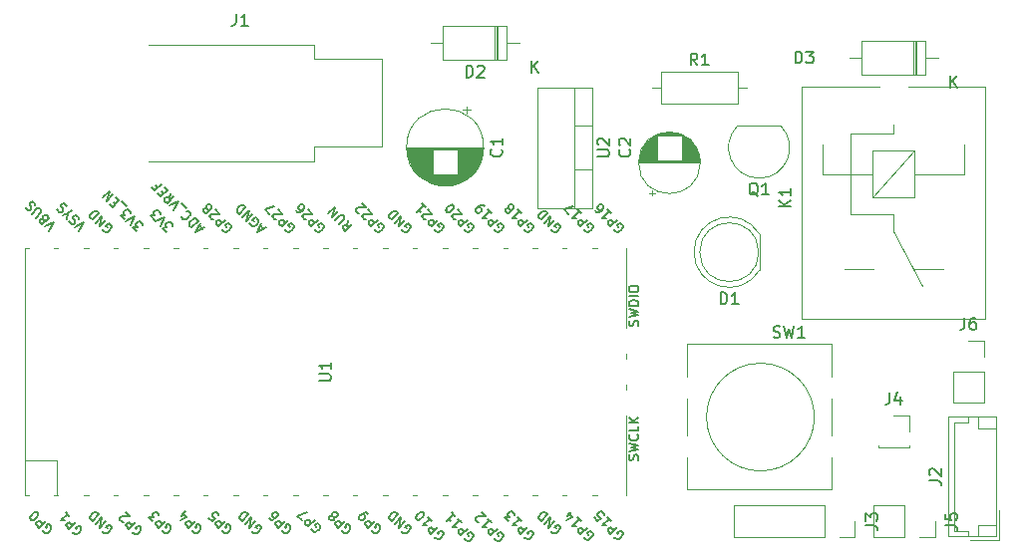
<source format=gbr>
%TF.GenerationSoftware,KiCad,Pcbnew,(6.0.9)*%
%TF.CreationDate,2022-11-10T13:56:48+05:30*%
%TF.ProjectId,Kajimba,4b616a69-6d62-4612-9e6b-696361645f70,rev?*%
%TF.SameCoordinates,Original*%
%TF.FileFunction,Legend,Top*%
%TF.FilePolarity,Positive*%
%FSLAX46Y46*%
G04 Gerber Fmt 4.6, Leading zero omitted, Abs format (unit mm)*
G04 Created by KiCad (PCBNEW (6.0.9)) date 2022-11-10 13:56:48*
%MOMM*%
%LPD*%
G01*
G04 APERTURE LIST*
%ADD10C,0.150000*%
%ADD11C,0.120000*%
G04 APERTURE END LIST*
D10*
%TO.C,D2*%
X137691904Y-80392380D02*
X137691904Y-79392380D01*
X137930000Y-79392380D01*
X138072857Y-79440000D01*
X138168095Y-79535238D01*
X138215714Y-79630476D01*
X138263333Y-79820952D01*
X138263333Y-79963809D01*
X138215714Y-80154285D01*
X138168095Y-80249523D01*
X138072857Y-80344761D01*
X137930000Y-80392380D01*
X137691904Y-80392380D01*
X138644285Y-79487619D02*
X138691904Y-79440000D01*
X138787142Y-79392380D01*
X139025238Y-79392380D01*
X139120476Y-79440000D01*
X139168095Y-79487619D01*
X139215714Y-79582857D01*
X139215714Y-79678095D01*
X139168095Y-79820952D01*
X138596666Y-80392380D01*
X139215714Y-80392380D01*
X143248095Y-80022380D02*
X143248095Y-79022380D01*
X143819523Y-80022380D02*
X143390952Y-79450952D01*
X143819523Y-79022380D02*
X143248095Y-79593809D01*
%TO.C,C1*%
X140647142Y-86506666D02*
X140694761Y-86554285D01*
X140742380Y-86697142D01*
X140742380Y-86792380D01*
X140694761Y-86935238D01*
X140599523Y-87030476D01*
X140504285Y-87078095D01*
X140313809Y-87125714D01*
X140170952Y-87125714D01*
X139980476Y-87078095D01*
X139885238Y-87030476D01*
X139790000Y-86935238D01*
X139742380Y-86792380D01*
X139742380Y-86697142D01*
X139790000Y-86554285D01*
X139837619Y-86506666D01*
X140742380Y-85554285D02*
X140742380Y-86125714D01*
X140742380Y-85840000D02*
X139742380Y-85840000D01*
X139885238Y-85935238D01*
X139980476Y-86030476D01*
X140028095Y-86125714D01*
%TO.C,J4*%
X173656666Y-107172380D02*
X173656666Y-107886666D01*
X173609047Y-108029523D01*
X173513809Y-108124761D01*
X173370952Y-108172380D01*
X173275714Y-108172380D01*
X174561428Y-107505714D02*
X174561428Y-108172380D01*
X174323333Y-107124761D02*
X174085238Y-107839047D01*
X174704285Y-107839047D01*
%TO.C,J5*%
X178371380Y-118443333D02*
X179085666Y-118443333D01*
X179228523Y-118490952D01*
X179323761Y-118586190D01*
X179371380Y-118729047D01*
X179371380Y-118824285D01*
X178371380Y-117490952D02*
X178371380Y-117967142D01*
X178847571Y-118014761D01*
X178799952Y-117967142D01*
X178752333Y-117871904D01*
X178752333Y-117633809D01*
X178799952Y-117538571D01*
X178847571Y-117490952D01*
X178942809Y-117443333D01*
X179180904Y-117443333D01*
X179276142Y-117490952D01*
X179323761Y-117538571D01*
X179371380Y-117633809D01*
X179371380Y-117871904D01*
X179323761Y-117967142D01*
X179276142Y-118014761D01*
%TO.C,J2*%
X176992380Y-114633333D02*
X177706666Y-114633333D01*
X177849523Y-114680952D01*
X177944761Y-114776190D01*
X177992380Y-114919047D01*
X177992380Y-115014285D01*
X177087619Y-114204761D02*
X177040000Y-114157142D01*
X176992380Y-114061904D01*
X176992380Y-113823809D01*
X177040000Y-113728571D01*
X177087619Y-113680952D01*
X177182857Y-113633333D01*
X177278095Y-113633333D01*
X177420952Y-113680952D01*
X177992380Y-114252380D01*
X177992380Y-113633333D01*
%TO.C,K1*%
X165242380Y-91388095D02*
X164242380Y-91388095D01*
X165242380Y-90816666D02*
X164670952Y-91245238D01*
X164242380Y-90816666D02*
X164813809Y-91388095D01*
X165242380Y-89864285D02*
X165242380Y-90435714D01*
X165242380Y-90150000D02*
X164242380Y-90150000D01*
X164385238Y-90245238D01*
X164480476Y-90340476D01*
X164528095Y-90435714D01*
%TO.C,J1*%
X118146666Y-75002380D02*
X118146666Y-75716666D01*
X118099047Y-75859523D01*
X118003809Y-75954761D01*
X117860952Y-76002380D01*
X117765714Y-76002380D01*
X119146666Y-76002380D02*
X118575238Y-76002380D01*
X118860952Y-76002380D02*
X118860952Y-75002380D01*
X118765714Y-75145238D01*
X118670476Y-75240476D01*
X118575238Y-75288095D01*
%TO.C,D1*%
X159281904Y-99662380D02*
X159281904Y-98662380D01*
X159520000Y-98662380D01*
X159662857Y-98710000D01*
X159758095Y-98805238D01*
X159805714Y-98900476D01*
X159853333Y-99090952D01*
X159853333Y-99233809D01*
X159805714Y-99424285D01*
X159758095Y-99519523D01*
X159662857Y-99614761D01*
X159520000Y-99662380D01*
X159281904Y-99662380D01*
X160805714Y-99662380D02*
X160234285Y-99662380D01*
X160520000Y-99662380D02*
X160520000Y-98662380D01*
X160424761Y-98805238D01*
X160329523Y-98900476D01*
X160234285Y-98948095D01*
%TO.C,SW1*%
X163766666Y-102464761D02*
X163909523Y-102512380D01*
X164147619Y-102512380D01*
X164242857Y-102464761D01*
X164290476Y-102417142D01*
X164338095Y-102321904D01*
X164338095Y-102226666D01*
X164290476Y-102131428D01*
X164242857Y-102083809D01*
X164147619Y-102036190D01*
X163957142Y-101988571D01*
X163861904Y-101940952D01*
X163814285Y-101893333D01*
X163766666Y-101798095D01*
X163766666Y-101702857D01*
X163814285Y-101607619D01*
X163861904Y-101560000D01*
X163957142Y-101512380D01*
X164195238Y-101512380D01*
X164338095Y-101560000D01*
X164671428Y-101512380D02*
X164909523Y-102512380D01*
X165100000Y-101798095D01*
X165290476Y-102512380D01*
X165528571Y-101512380D01*
X166433333Y-102512380D02*
X165861904Y-102512380D01*
X166147619Y-102512380D02*
X166147619Y-101512380D01*
X166052380Y-101655238D01*
X165957142Y-101750476D01*
X165861904Y-101798095D01*
%TO.C,J3*%
X171592380Y-118443333D02*
X172306666Y-118443333D01*
X172449523Y-118490952D01*
X172544761Y-118586190D01*
X172592380Y-118729047D01*
X172592380Y-118824285D01*
X171592380Y-118062380D02*
X171592380Y-117443333D01*
X171973333Y-117776666D01*
X171973333Y-117633809D01*
X172020952Y-117538571D01*
X172068571Y-117490952D01*
X172163809Y-117443333D01*
X172401904Y-117443333D01*
X172497142Y-117490952D01*
X172544761Y-117538571D01*
X172592380Y-117633809D01*
X172592380Y-117919523D01*
X172544761Y-118014761D01*
X172497142Y-118062380D01*
%TO.C,J6*%
X180006666Y-100822380D02*
X180006666Y-101536666D01*
X179959047Y-101679523D01*
X179863809Y-101774761D01*
X179720952Y-101822380D01*
X179625714Y-101822380D01*
X180911428Y-100822380D02*
X180720952Y-100822380D01*
X180625714Y-100870000D01*
X180578095Y-100917619D01*
X180482857Y-101060476D01*
X180435238Y-101250952D01*
X180435238Y-101631904D01*
X180482857Y-101727142D01*
X180530476Y-101774761D01*
X180625714Y-101822380D01*
X180816190Y-101822380D01*
X180911428Y-101774761D01*
X180959047Y-101727142D01*
X181006666Y-101631904D01*
X181006666Y-101393809D01*
X180959047Y-101298571D01*
X180911428Y-101250952D01*
X180816190Y-101203333D01*
X180625714Y-101203333D01*
X180530476Y-101250952D01*
X180482857Y-101298571D01*
X180435238Y-101393809D01*
%TO.C,R1*%
X157313333Y-79362380D02*
X156980000Y-78886190D01*
X156741904Y-79362380D02*
X156741904Y-78362380D01*
X157122857Y-78362380D01*
X157218095Y-78410000D01*
X157265714Y-78457619D01*
X157313333Y-78552857D01*
X157313333Y-78695714D01*
X157265714Y-78790952D01*
X157218095Y-78838571D01*
X157122857Y-78886190D01*
X156741904Y-78886190D01*
X158265714Y-79362380D02*
X157694285Y-79362380D01*
X157980000Y-79362380D02*
X157980000Y-78362380D01*
X157884761Y-78505238D01*
X157789523Y-78600476D01*
X157694285Y-78648095D01*
%TO.C,Q1*%
X162464761Y-90467619D02*
X162369523Y-90420000D01*
X162274285Y-90324761D01*
X162131428Y-90181904D01*
X162036190Y-90134285D01*
X161940952Y-90134285D01*
X161988571Y-90372380D02*
X161893333Y-90324761D01*
X161798095Y-90229523D01*
X161750476Y-90039047D01*
X161750476Y-89705714D01*
X161798095Y-89515238D01*
X161893333Y-89420000D01*
X161988571Y-89372380D01*
X162179047Y-89372380D01*
X162274285Y-89420000D01*
X162369523Y-89515238D01*
X162417142Y-89705714D01*
X162417142Y-90039047D01*
X162369523Y-90229523D01*
X162274285Y-90324761D01*
X162179047Y-90372380D01*
X161988571Y-90372380D01*
X163369523Y-90372380D02*
X162798095Y-90372380D01*
X163083809Y-90372380D02*
X163083809Y-89372380D01*
X162988571Y-89515238D01*
X162893333Y-89610476D01*
X162798095Y-89658095D01*
%TO.C,U2*%
X148827380Y-87121904D02*
X149636904Y-87121904D01*
X149732142Y-87074285D01*
X149779761Y-87026666D01*
X149827380Y-86931428D01*
X149827380Y-86740952D01*
X149779761Y-86645714D01*
X149732142Y-86598095D01*
X149636904Y-86550476D01*
X148827380Y-86550476D01*
X148922619Y-86121904D02*
X148875000Y-86074285D01*
X148827380Y-85979047D01*
X148827380Y-85740952D01*
X148875000Y-85645714D01*
X148922619Y-85598095D01*
X149017857Y-85550476D01*
X149113095Y-85550476D01*
X149255952Y-85598095D01*
X149827380Y-86169523D01*
X149827380Y-85550476D01*
%TO.C,D3*%
X165631904Y-79192380D02*
X165631904Y-78192380D01*
X165870000Y-78192380D01*
X166012857Y-78240000D01*
X166108095Y-78335238D01*
X166155714Y-78430476D01*
X166203333Y-78620952D01*
X166203333Y-78763809D01*
X166155714Y-78954285D01*
X166108095Y-79049523D01*
X166012857Y-79144761D01*
X165870000Y-79192380D01*
X165631904Y-79192380D01*
X166536666Y-78192380D02*
X167155714Y-78192380D01*
X166822380Y-78573333D01*
X166965238Y-78573333D01*
X167060476Y-78620952D01*
X167108095Y-78668571D01*
X167155714Y-78763809D01*
X167155714Y-79001904D01*
X167108095Y-79097142D01*
X167060476Y-79144761D01*
X166965238Y-79192380D01*
X166679523Y-79192380D01*
X166584285Y-79144761D01*
X166536666Y-79097142D01*
X178808095Y-81292380D02*
X178808095Y-80292380D01*
X179379523Y-81292380D02*
X178950952Y-80720952D01*
X179379523Y-80292380D02*
X178808095Y-80863809D01*
%TO.C,C2*%
X151547142Y-86526666D02*
X151594761Y-86574285D01*
X151642380Y-86717142D01*
X151642380Y-86812380D01*
X151594761Y-86955238D01*
X151499523Y-87050476D01*
X151404285Y-87098095D01*
X151213809Y-87145714D01*
X151070952Y-87145714D01*
X150880476Y-87098095D01*
X150785238Y-87050476D01*
X150690000Y-86955238D01*
X150642380Y-86812380D01*
X150642380Y-86717142D01*
X150690000Y-86574285D01*
X150737619Y-86526666D01*
X150737619Y-86145714D02*
X150690000Y-86098095D01*
X150642380Y-86002857D01*
X150642380Y-85764761D01*
X150690000Y-85669523D01*
X150737619Y-85621904D01*
X150832857Y-85574285D01*
X150928095Y-85574285D01*
X151070952Y-85621904D01*
X151642380Y-86193333D01*
X151642380Y-85574285D01*
%TO.C,U1*%
X125182380Y-106171904D02*
X125991904Y-106171904D01*
X126087142Y-106124285D01*
X126134761Y-106076666D01*
X126182380Y-105981428D01*
X126182380Y-105790952D01*
X126134761Y-105695714D01*
X126087142Y-105648095D01*
X125991904Y-105600476D01*
X125182380Y-105600476D01*
X126182380Y-104600476D02*
X126182380Y-105171904D01*
X126182380Y-104886190D02*
X125182380Y-104886190D01*
X125325238Y-104981428D01*
X125420476Y-105076666D01*
X125468095Y-105171904D01*
X150250592Y-93312277D02*
X150277529Y-93393089D01*
X150358341Y-93473902D01*
X150466091Y-93527776D01*
X150573841Y-93527776D01*
X150654653Y-93500839D01*
X150789340Y-93420027D01*
X150870152Y-93339215D01*
X150950964Y-93204528D01*
X150977902Y-93123715D01*
X150977902Y-93015966D01*
X150924027Y-92908216D01*
X150870152Y-92854341D01*
X150762402Y-92800467D01*
X150708528Y-92800467D01*
X150519966Y-92989028D01*
X150627715Y-93096778D01*
X150519966Y-92504155D02*
X149954280Y-93069841D01*
X149738781Y-92854341D01*
X149711844Y-92773529D01*
X149711844Y-92719654D01*
X149738781Y-92638842D01*
X149819593Y-92558030D01*
X149900406Y-92531093D01*
X149954280Y-92531093D01*
X150035093Y-92558030D01*
X150250592Y-92773529D01*
X149657969Y-91642158D02*
X149981218Y-91965407D01*
X149819593Y-91803783D02*
X149253908Y-92369468D01*
X149388595Y-92342531D01*
X149496345Y-92342531D01*
X149577157Y-92369468D01*
X148607410Y-91722971D02*
X148715160Y-91830720D01*
X148795972Y-91857658D01*
X148849847Y-91857658D01*
X148984534Y-91830720D01*
X149119221Y-91749908D01*
X149334720Y-91534409D01*
X149361658Y-91453597D01*
X149361658Y-91399722D01*
X149334720Y-91318910D01*
X149226971Y-91211160D01*
X149146158Y-91184223D01*
X149092284Y-91184223D01*
X149011471Y-91211160D01*
X148876784Y-91345847D01*
X148849847Y-91426659D01*
X148849847Y-91480534D01*
X148876784Y-91561346D01*
X148984534Y-91669096D01*
X149065346Y-91696033D01*
X149119221Y-91696033D01*
X149200033Y-91669096D01*
X140090592Y-119566277D02*
X140117529Y-119647089D01*
X140198341Y-119727902D01*
X140306091Y-119781776D01*
X140413841Y-119781776D01*
X140494653Y-119754839D01*
X140629340Y-119674027D01*
X140710152Y-119593215D01*
X140790964Y-119458528D01*
X140817902Y-119377715D01*
X140817902Y-119269966D01*
X140764027Y-119162216D01*
X140710152Y-119108341D01*
X140602402Y-119054467D01*
X140548528Y-119054467D01*
X140359966Y-119243028D01*
X140467715Y-119350778D01*
X140359966Y-118758155D02*
X139794280Y-119323841D01*
X139578781Y-119108341D01*
X139551844Y-119027529D01*
X139551844Y-118973654D01*
X139578781Y-118892842D01*
X139659593Y-118812030D01*
X139740406Y-118785093D01*
X139794280Y-118785093D01*
X139875093Y-118812030D01*
X140090592Y-119027529D01*
X139497969Y-117896158D02*
X139821218Y-118219407D01*
X139659593Y-118057783D02*
X139093908Y-118623468D01*
X139228595Y-118596531D01*
X139336345Y-118596531D01*
X139417157Y-118623468D01*
X138770659Y-118192470D02*
X138716784Y-118192470D01*
X138635972Y-118165532D01*
X138501285Y-118030845D01*
X138474348Y-117950033D01*
X138474348Y-117896158D01*
X138501285Y-117815346D01*
X138555160Y-117761471D01*
X138662910Y-117707597D01*
X139309407Y-117707597D01*
X138959221Y-117357410D01*
X122320592Y-93312277D02*
X122347529Y-93393089D01*
X122428341Y-93473902D01*
X122536091Y-93527776D01*
X122643841Y-93527776D01*
X122724653Y-93500839D01*
X122859340Y-93420027D01*
X122940152Y-93339215D01*
X123020964Y-93204528D01*
X123047902Y-93123715D01*
X123047902Y-93015966D01*
X122994027Y-92908216D01*
X122940152Y-92854341D01*
X122832402Y-92800467D01*
X122778528Y-92800467D01*
X122589966Y-92989028D01*
X122697715Y-93096778D01*
X122589966Y-92504155D02*
X122024280Y-93069841D01*
X121808781Y-92854341D01*
X121781844Y-92773529D01*
X121781844Y-92719654D01*
X121808781Y-92638842D01*
X121889593Y-92558030D01*
X121970406Y-92531093D01*
X122024280Y-92531093D01*
X122105093Y-92558030D01*
X122320592Y-92773529D01*
X121539407Y-92477218D02*
X121485532Y-92477218D01*
X121404720Y-92450280D01*
X121270033Y-92315593D01*
X121243096Y-92234781D01*
X121243096Y-92180906D01*
X121270033Y-92100094D01*
X121323908Y-92046219D01*
X121431658Y-91992345D01*
X122078155Y-91992345D01*
X121727969Y-91642158D01*
X120973722Y-92019282D02*
X120596598Y-91642158D01*
X121404720Y-91318910D01*
X137550592Y-119566277D02*
X137577529Y-119647089D01*
X137658341Y-119727902D01*
X137766091Y-119781776D01*
X137873841Y-119781776D01*
X137954653Y-119754839D01*
X138089340Y-119674027D01*
X138170152Y-119593215D01*
X138250964Y-119458528D01*
X138277902Y-119377715D01*
X138277902Y-119269966D01*
X138224027Y-119162216D01*
X138170152Y-119108341D01*
X138062402Y-119054467D01*
X138008528Y-119054467D01*
X137819966Y-119243028D01*
X137927715Y-119350778D01*
X137819966Y-118758155D02*
X137254280Y-119323841D01*
X137038781Y-119108341D01*
X137011844Y-119027529D01*
X137011844Y-118973654D01*
X137038781Y-118892842D01*
X137119593Y-118812030D01*
X137200406Y-118785093D01*
X137254280Y-118785093D01*
X137335093Y-118812030D01*
X137550592Y-119027529D01*
X136957969Y-117896158D02*
X137281218Y-118219407D01*
X137119593Y-118057783D02*
X136553908Y-118623468D01*
X136688595Y-118596531D01*
X136796345Y-118596531D01*
X136877157Y-118623468D01*
X136419221Y-117357410D02*
X136742470Y-117680659D01*
X136580845Y-117519035D02*
X136015160Y-118084720D01*
X136149847Y-118057783D01*
X136257597Y-118057783D01*
X136338409Y-118084720D01*
X114421218Y-118896903D02*
X114448155Y-118977715D01*
X114528967Y-119058528D01*
X114636717Y-119112402D01*
X114744467Y-119112402D01*
X114825279Y-119085465D01*
X114959966Y-119004653D01*
X115040778Y-118923841D01*
X115121590Y-118789154D01*
X115148528Y-118708341D01*
X115148528Y-118600592D01*
X115094653Y-118492842D01*
X115040778Y-118438967D01*
X114933028Y-118385093D01*
X114879154Y-118385093D01*
X114690592Y-118573654D01*
X114798341Y-118681404D01*
X114690592Y-118088781D02*
X114124906Y-118654467D01*
X113909407Y-118438967D01*
X113882470Y-118358155D01*
X113882470Y-118304280D01*
X113909407Y-118223468D01*
X113990219Y-118142656D01*
X114071032Y-118115719D01*
X114124906Y-118115719D01*
X114205719Y-118142656D01*
X114421218Y-118358155D01*
X113505346Y-117657783D02*
X113882470Y-117280659D01*
X113424534Y-118007969D02*
X113963282Y-117738595D01*
X113613096Y-117388409D01*
X140090592Y-93312277D02*
X140117529Y-93393089D01*
X140198341Y-93473902D01*
X140306091Y-93527776D01*
X140413841Y-93527776D01*
X140494653Y-93500839D01*
X140629340Y-93420027D01*
X140710152Y-93339215D01*
X140790964Y-93204528D01*
X140817902Y-93123715D01*
X140817902Y-93015966D01*
X140764027Y-92908216D01*
X140710152Y-92854341D01*
X140602402Y-92800467D01*
X140548528Y-92800467D01*
X140359966Y-92989028D01*
X140467715Y-93096778D01*
X140359966Y-92504155D02*
X139794280Y-93069841D01*
X139578781Y-92854341D01*
X139551844Y-92773529D01*
X139551844Y-92719654D01*
X139578781Y-92638842D01*
X139659593Y-92558030D01*
X139740406Y-92531093D01*
X139794280Y-92531093D01*
X139875093Y-92558030D01*
X140090592Y-92773529D01*
X139497969Y-91642158D02*
X139821218Y-91965407D01*
X139659593Y-91803783D02*
X139093908Y-92369468D01*
X139228595Y-92342531D01*
X139336345Y-92342531D01*
X139417157Y-92369468D01*
X139228595Y-91372784D02*
X139120845Y-91265035D01*
X139040033Y-91238097D01*
X138986158Y-91238097D01*
X138851471Y-91265035D01*
X138716784Y-91345847D01*
X138501285Y-91561346D01*
X138474348Y-91642158D01*
X138474348Y-91696033D01*
X138501285Y-91776845D01*
X138609035Y-91884595D01*
X138689847Y-91911532D01*
X138743722Y-91911532D01*
X138824534Y-91884595D01*
X138959221Y-91749908D01*
X138986158Y-91669096D01*
X138986158Y-91615221D01*
X138959221Y-91534409D01*
X138851471Y-91426659D01*
X138770659Y-91399722D01*
X138716784Y-91399722D01*
X138635972Y-91426659D01*
X129930592Y-93312277D02*
X129957529Y-93393089D01*
X130038341Y-93473902D01*
X130146091Y-93527776D01*
X130253841Y-93527776D01*
X130334653Y-93500839D01*
X130469340Y-93420027D01*
X130550152Y-93339215D01*
X130630964Y-93204528D01*
X130657902Y-93123715D01*
X130657902Y-93015966D01*
X130604027Y-92908216D01*
X130550152Y-92854341D01*
X130442402Y-92800467D01*
X130388528Y-92800467D01*
X130199966Y-92989028D01*
X130307715Y-93096778D01*
X130199966Y-92504155D02*
X129634280Y-93069841D01*
X129418781Y-92854341D01*
X129391844Y-92773529D01*
X129391844Y-92719654D01*
X129418781Y-92638842D01*
X129499593Y-92558030D01*
X129580406Y-92531093D01*
X129634280Y-92531093D01*
X129715093Y-92558030D01*
X129930592Y-92773529D01*
X129149407Y-92477218D02*
X129095532Y-92477218D01*
X129014720Y-92450280D01*
X128880033Y-92315593D01*
X128853096Y-92234781D01*
X128853096Y-92180906D01*
X128880033Y-92100094D01*
X128933908Y-92046219D01*
X129041658Y-91992345D01*
X129688155Y-91992345D01*
X129337969Y-91642158D01*
X128610659Y-91938470D02*
X128556784Y-91938470D01*
X128475972Y-91911532D01*
X128341285Y-91776845D01*
X128314348Y-91696033D01*
X128314348Y-91642158D01*
X128341285Y-91561346D01*
X128395160Y-91507471D01*
X128502910Y-91453597D01*
X129149407Y-91453597D01*
X128799221Y-91103410D01*
X135020592Y-93312277D02*
X135047529Y-93393089D01*
X135128341Y-93473902D01*
X135236091Y-93527776D01*
X135343841Y-93527776D01*
X135424653Y-93500839D01*
X135559340Y-93420027D01*
X135640152Y-93339215D01*
X135720964Y-93204528D01*
X135747902Y-93123715D01*
X135747902Y-93015966D01*
X135694027Y-92908216D01*
X135640152Y-92854341D01*
X135532402Y-92800467D01*
X135478528Y-92800467D01*
X135289966Y-92989028D01*
X135397715Y-93096778D01*
X135289966Y-92504155D02*
X134724280Y-93069841D01*
X134508781Y-92854341D01*
X134481844Y-92773529D01*
X134481844Y-92719654D01*
X134508781Y-92638842D01*
X134589593Y-92558030D01*
X134670406Y-92531093D01*
X134724280Y-92531093D01*
X134805093Y-92558030D01*
X135020592Y-92773529D01*
X134239407Y-92477218D02*
X134185532Y-92477218D01*
X134104720Y-92450280D01*
X133970033Y-92315593D01*
X133943096Y-92234781D01*
X133943096Y-92180906D01*
X133970033Y-92100094D01*
X134023908Y-92046219D01*
X134131658Y-91992345D01*
X134778155Y-91992345D01*
X134427969Y-91642158D01*
X133889221Y-91103410D02*
X134212470Y-91426659D01*
X134050845Y-91265035D02*
X133485160Y-91830720D01*
X133619847Y-91803783D01*
X133727597Y-91803783D01*
X133808409Y-91830720D01*
X109688308Y-93487868D02*
X109338122Y-93137682D01*
X109742183Y-93110744D01*
X109661370Y-93029932D01*
X109634433Y-92949120D01*
X109634433Y-92895245D01*
X109661370Y-92814433D01*
X109796057Y-92679746D01*
X109876870Y-92652809D01*
X109930744Y-92652809D01*
X110011557Y-92679746D01*
X110173181Y-92841370D01*
X110200118Y-92922183D01*
X110200118Y-92976057D01*
X109176497Y-92976057D02*
X109553621Y-92221810D01*
X108799374Y-92598934D01*
X108664687Y-92464247D02*
X108314500Y-92114061D01*
X108718561Y-92087123D01*
X108637749Y-92006311D01*
X108610812Y-91925499D01*
X108610812Y-91871624D01*
X108637749Y-91790812D01*
X108772436Y-91656125D01*
X108853248Y-91629187D01*
X108907123Y-91629187D01*
X108987935Y-91656125D01*
X109149560Y-91817749D01*
X109176497Y-91898561D01*
X109176497Y-91952436D01*
X108826311Y-91386751D02*
X108395312Y-90955752D01*
X107910439Y-91171251D02*
X107721877Y-90982690D01*
X107937377Y-90605566D02*
X108206751Y-90874940D01*
X107641065Y-91440625D01*
X107371691Y-91171251D01*
X107694940Y-90363129D02*
X107129255Y-90928815D01*
X107371691Y-90039881D01*
X106806006Y-90605566D01*
X101721218Y-118896903D02*
X101748155Y-118977715D01*
X101828967Y-119058528D01*
X101936717Y-119112402D01*
X102044467Y-119112402D01*
X102125279Y-119085465D01*
X102259966Y-119004653D01*
X102340778Y-118923841D01*
X102421590Y-118789154D01*
X102448528Y-118708341D01*
X102448528Y-118600592D01*
X102394653Y-118492842D01*
X102340778Y-118438967D01*
X102233028Y-118385093D01*
X102179154Y-118385093D01*
X101990592Y-118573654D01*
X102098341Y-118681404D01*
X101990592Y-118088781D02*
X101424906Y-118654467D01*
X101209407Y-118438967D01*
X101182470Y-118358155D01*
X101182470Y-118304280D01*
X101209407Y-118223468D01*
X101290219Y-118142656D01*
X101371032Y-118115719D01*
X101424906Y-118115719D01*
X101505719Y-118142656D01*
X101721218Y-118358155D01*
X100751471Y-117981032D02*
X100697597Y-117927157D01*
X100670659Y-117846345D01*
X100670659Y-117792470D01*
X100697597Y-117711658D01*
X100778409Y-117576971D01*
X100913096Y-117442284D01*
X101047783Y-117361471D01*
X101128595Y-117334534D01*
X101182470Y-117334534D01*
X101263282Y-117361471D01*
X101317157Y-117415346D01*
X101344094Y-117496158D01*
X101344094Y-117550033D01*
X101317157Y-117630845D01*
X101236345Y-117765532D01*
X101101658Y-117900219D01*
X100966971Y-117981032D01*
X100886158Y-118007969D01*
X100832284Y-118007969D01*
X100751471Y-117981032D01*
X127673435Y-92571624D02*
X127592622Y-93029560D01*
X127996683Y-92894873D02*
X127430998Y-93460558D01*
X127215499Y-93245059D01*
X127188561Y-93164247D01*
X127188561Y-93110372D01*
X127215499Y-93029560D01*
X127296311Y-92948748D01*
X127377123Y-92921810D01*
X127430998Y-92921810D01*
X127511810Y-92948748D01*
X127727309Y-93164247D01*
X126865312Y-92894873D02*
X127323248Y-92436937D01*
X127350186Y-92356125D01*
X127350186Y-92302250D01*
X127323248Y-92221438D01*
X127215499Y-92113688D01*
X127134687Y-92086751D01*
X127080812Y-92086751D01*
X127000000Y-92113688D01*
X126542064Y-92571624D01*
X126838375Y-91736564D02*
X126272690Y-92302250D01*
X126515126Y-91413316D01*
X125949441Y-91979001D01*
X102257309Y-93456870D02*
X102634433Y-92702622D01*
X101880186Y-93079746D01*
X101772436Y-92433248D02*
X101718561Y-92325499D01*
X101718561Y-92271624D01*
X101745499Y-92190812D01*
X101826311Y-92110000D01*
X101907123Y-92083062D01*
X101960998Y-92083062D01*
X102041810Y-92110000D01*
X102257309Y-92325499D01*
X101691624Y-92891184D01*
X101503062Y-92702622D01*
X101476125Y-92621810D01*
X101476125Y-92567935D01*
X101503062Y-92487123D01*
X101556937Y-92433248D01*
X101637749Y-92406311D01*
X101691624Y-92406311D01*
X101772436Y-92433248D01*
X101960998Y-92621810D01*
X101125938Y-92325499D02*
X101583874Y-91867563D01*
X101610812Y-91786751D01*
X101610812Y-91732876D01*
X101583874Y-91652064D01*
X101476125Y-91544314D01*
X101395312Y-91517377D01*
X101341438Y-91517377D01*
X101260625Y-91544314D01*
X100802690Y-92002250D01*
X101099001Y-91221065D02*
X101045126Y-91113316D01*
X100910439Y-90978629D01*
X100829627Y-90951691D01*
X100775752Y-90951691D01*
X100694940Y-90978629D01*
X100641065Y-91032503D01*
X100614128Y-91113316D01*
X100614128Y-91167190D01*
X100641065Y-91248003D01*
X100721877Y-91382690D01*
X100748815Y-91463502D01*
X100748815Y-91517377D01*
X100721877Y-91598189D01*
X100668003Y-91652064D01*
X100587190Y-91679001D01*
X100533316Y-91679001D01*
X100452503Y-91652064D01*
X100317816Y-91517377D01*
X100263942Y-91409627D01*
X152253809Y-101505238D02*
X152291904Y-101390952D01*
X152291904Y-101200476D01*
X152253809Y-101124285D01*
X152215714Y-101086190D01*
X152139523Y-101048095D01*
X152063333Y-101048095D01*
X151987142Y-101086190D01*
X151949047Y-101124285D01*
X151910952Y-101200476D01*
X151872857Y-101352857D01*
X151834761Y-101429047D01*
X151796666Y-101467142D01*
X151720476Y-101505238D01*
X151644285Y-101505238D01*
X151568095Y-101467142D01*
X151530000Y-101429047D01*
X151491904Y-101352857D01*
X151491904Y-101162380D01*
X151530000Y-101048095D01*
X151491904Y-100781428D02*
X152291904Y-100590952D01*
X151720476Y-100438571D01*
X152291904Y-100286190D01*
X151491904Y-100095714D01*
X152291904Y-99790952D02*
X151491904Y-99790952D01*
X151491904Y-99600476D01*
X151530000Y-99486190D01*
X151606190Y-99410000D01*
X151682380Y-99371904D01*
X151834761Y-99333809D01*
X151949047Y-99333809D01*
X152101428Y-99371904D01*
X152177619Y-99410000D01*
X152253809Y-99486190D01*
X152291904Y-99600476D01*
X152291904Y-99790952D01*
X152291904Y-98990952D02*
X151491904Y-98990952D01*
X151491904Y-98457619D02*
X151491904Y-98305238D01*
X151530000Y-98229047D01*
X151606190Y-98152857D01*
X151758571Y-98114761D01*
X152025238Y-98114761D01*
X152177619Y-98152857D01*
X152253809Y-98229047D01*
X152291904Y-98305238D01*
X152291904Y-98457619D01*
X152253809Y-98533809D01*
X152177619Y-98610000D01*
X152025238Y-98648095D01*
X151758571Y-98648095D01*
X151606190Y-98610000D01*
X151530000Y-98533809D01*
X151491904Y-98457619D01*
X106828155Y-93323841D02*
X106855093Y-93404653D01*
X106935905Y-93485465D01*
X107043654Y-93539340D01*
X107151404Y-93539340D01*
X107232216Y-93512402D01*
X107366903Y-93431590D01*
X107447715Y-93350778D01*
X107528528Y-93216091D01*
X107555465Y-93135279D01*
X107555465Y-93027529D01*
X107501590Y-92919780D01*
X107447715Y-92865905D01*
X107339966Y-92812030D01*
X107286091Y-92812030D01*
X107097529Y-93000592D01*
X107205279Y-93108341D01*
X107097529Y-92515719D02*
X106531844Y-93081404D01*
X106774280Y-92192470D01*
X106208595Y-92758155D01*
X106504906Y-91923096D02*
X105939221Y-92488781D01*
X105804534Y-92354094D01*
X105750659Y-92246345D01*
X105750659Y-92138595D01*
X105777597Y-92057783D01*
X105858409Y-91923096D01*
X105939221Y-91842284D01*
X106073908Y-91761471D01*
X106154720Y-91734534D01*
X106262470Y-91734534D01*
X106370219Y-91788409D01*
X106504906Y-91923096D01*
X104251218Y-118996903D02*
X104278155Y-119077715D01*
X104358967Y-119158528D01*
X104466717Y-119212402D01*
X104574467Y-119212402D01*
X104655279Y-119185465D01*
X104789966Y-119104653D01*
X104870778Y-119023841D01*
X104951590Y-118889154D01*
X104978528Y-118808341D01*
X104978528Y-118700592D01*
X104924653Y-118592842D01*
X104870778Y-118538967D01*
X104763028Y-118485093D01*
X104709154Y-118485093D01*
X104520592Y-118673654D01*
X104628341Y-118781404D01*
X104520592Y-118188781D02*
X103954906Y-118754467D01*
X103739407Y-118538967D01*
X103712470Y-118458155D01*
X103712470Y-118404280D01*
X103739407Y-118323468D01*
X103820219Y-118242656D01*
X103901032Y-118215719D01*
X103954906Y-118215719D01*
X104035719Y-118242656D01*
X104251218Y-118458155D01*
X103658595Y-117326784D02*
X103981844Y-117650033D01*
X103820219Y-117488409D02*
X103254534Y-118054094D01*
X103389221Y-118027157D01*
X103496971Y-118027157D01*
X103577783Y-118054094D01*
X124850592Y-93312277D02*
X124877529Y-93393089D01*
X124958341Y-93473902D01*
X125066091Y-93527776D01*
X125173841Y-93527776D01*
X125254653Y-93500839D01*
X125389340Y-93420027D01*
X125470152Y-93339215D01*
X125550964Y-93204528D01*
X125577902Y-93123715D01*
X125577902Y-93015966D01*
X125524027Y-92908216D01*
X125470152Y-92854341D01*
X125362402Y-92800467D01*
X125308528Y-92800467D01*
X125119966Y-92989028D01*
X125227715Y-93096778D01*
X125119966Y-92504155D02*
X124554280Y-93069841D01*
X124338781Y-92854341D01*
X124311844Y-92773529D01*
X124311844Y-92719654D01*
X124338781Y-92638842D01*
X124419593Y-92558030D01*
X124500406Y-92531093D01*
X124554280Y-92531093D01*
X124635093Y-92558030D01*
X124850592Y-92773529D01*
X124069407Y-92477218D02*
X124015532Y-92477218D01*
X123934720Y-92450280D01*
X123800033Y-92315593D01*
X123773096Y-92234781D01*
X123773096Y-92180906D01*
X123800033Y-92100094D01*
X123853908Y-92046219D01*
X123961658Y-91992345D01*
X124608155Y-91992345D01*
X124257969Y-91642158D01*
X123207410Y-91722971D02*
X123315160Y-91830720D01*
X123395972Y-91857658D01*
X123449847Y-91857658D01*
X123584534Y-91830720D01*
X123719221Y-91749908D01*
X123934720Y-91534409D01*
X123961658Y-91453597D01*
X123961658Y-91399722D01*
X123934720Y-91318910D01*
X123826971Y-91211160D01*
X123746158Y-91184223D01*
X123692284Y-91184223D01*
X123611471Y-91211160D01*
X123476784Y-91345847D01*
X123449847Y-91426659D01*
X123449847Y-91480534D01*
X123476784Y-91561346D01*
X123584534Y-91669096D01*
X123665346Y-91696033D01*
X123719221Y-91696033D01*
X123800033Y-91669096D01*
X122041218Y-118896903D02*
X122068155Y-118977715D01*
X122148967Y-119058528D01*
X122256717Y-119112402D01*
X122364467Y-119112402D01*
X122445279Y-119085465D01*
X122579966Y-119004653D01*
X122660778Y-118923841D01*
X122741590Y-118789154D01*
X122768528Y-118708341D01*
X122768528Y-118600592D01*
X122714653Y-118492842D01*
X122660778Y-118438967D01*
X122553028Y-118385093D01*
X122499154Y-118385093D01*
X122310592Y-118573654D01*
X122418341Y-118681404D01*
X122310592Y-118088781D02*
X121744906Y-118654467D01*
X121529407Y-118438967D01*
X121502470Y-118358155D01*
X121502470Y-118304280D01*
X121529407Y-118223468D01*
X121610219Y-118142656D01*
X121691032Y-118115719D01*
X121744906Y-118115719D01*
X121825719Y-118142656D01*
X122041218Y-118358155D01*
X120936784Y-117846345D02*
X121044534Y-117954094D01*
X121125346Y-117981032D01*
X121179221Y-117981032D01*
X121313908Y-117954094D01*
X121448595Y-117873282D01*
X121664094Y-117657783D01*
X121691032Y-117576971D01*
X121691032Y-117523096D01*
X121664094Y-117442284D01*
X121556345Y-117334534D01*
X121475532Y-117307597D01*
X121421658Y-117307597D01*
X121340845Y-117334534D01*
X121206158Y-117469221D01*
X121179221Y-117550033D01*
X121179221Y-117603908D01*
X121206158Y-117684720D01*
X121313908Y-117792470D01*
X121394720Y-117819407D01*
X121448595Y-117819407D01*
X121529407Y-117792470D01*
X132228155Y-93323841D02*
X132255093Y-93404653D01*
X132335905Y-93485465D01*
X132443654Y-93539340D01*
X132551404Y-93539340D01*
X132632216Y-93512402D01*
X132766903Y-93431590D01*
X132847715Y-93350778D01*
X132928528Y-93216091D01*
X132955465Y-93135279D01*
X132955465Y-93027529D01*
X132901590Y-92919780D01*
X132847715Y-92865905D01*
X132739966Y-92812030D01*
X132686091Y-92812030D01*
X132497529Y-93000592D01*
X132605279Y-93108341D01*
X132497529Y-92515719D02*
X131931844Y-93081404D01*
X132174280Y-92192470D01*
X131608595Y-92758155D01*
X131904906Y-91923096D02*
X131339221Y-92488781D01*
X131204534Y-92354094D01*
X131150659Y-92246345D01*
X131150659Y-92138595D01*
X131177597Y-92057783D01*
X131258409Y-91923096D01*
X131339221Y-91842284D01*
X131473908Y-91761471D01*
X131554720Y-91734534D01*
X131662470Y-91734534D01*
X131770219Y-91788409D01*
X131904906Y-91923096D01*
X127121218Y-118896903D02*
X127148155Y-118977715D01*
X127228967Y-119058528D01*
X127336717Y-119112402D01*
X127444467Y-119112402D01*
X127525279Y-119085465D01*
X127659966Y-119004653D01*
X127740778Y-118923841D01*
X127821590Y-118789154D01*
X127848528Y-118708341D01*
X127848528Y-118600592D01*
X127794653Y-118492842D01*
X127740778Y-118438967D01*
X127633028Y-118385093D01*
X127579154Y-118385093D01*
X127390592Y-118573654D01*
X127498341Y-118681404D01*
X127390592Y-118088781D02*
X126824906Y-118654467D01*
X126609407Y-118438967D01*
X126582470Y-118358155D01*
X126582470Y-118304280D01*
X126609407Y-118223468D01*
X126690219Y-118142656D01*
X126771032Y-118115719D01*
X126824906Y-118115719D01*
X126905719Y-118142656D01*
X127121218Y-118358155D01*
X126420845Y-117765532D02*
X126447783Y-117846345D01*
X126447783Y-117900219D01*
X126420845Y-117981032D01*
X126393908Y-118007969D01*
X126313096Y-118034906D01*
X126259221Y-118034906D01*
X126178409Y-118007969D01*
X126070659Y-117900219D01*
X126043722Y-117819407D01*
X126043722Y-117765532D01*
X126070659Y-117684720D01*
X126097597Y-117657783D01*
X126178409Y-117630845D01*
X126232284Y-117630845D01*
X126313096Y-117657783D01*
X126420845Y-117765532D01*
X126501658Y-117792470D01*
X126555532Y-117792470D01*
X126636345Y-117765532D01*
X126744094Y-117657783D01*
X126771032Y-117576971D01*
X126771032Y-117523096D01*
X126744094Y-117442284D01*
X126636345Y-117334534D01*
X126555532Y-117307597D01*
X126501658Y-117307597D01*
X126420845Y-117334534D01*
X126313096Y-117442284D01*
X126286158Y-117523096D01*
X126286158Y-117576971D01*
X126313096Y-117657783D01*
X147710592Y-93312277D02*
X147737529Y-93393089D01*
X147818341Y-93473902D01*
X147926091Y-93527776D01*
X148033841Y-93527776D01*
X148114653Y-93500839D01*
X148249340Y-93420027D01*
X148330152Y-93339215D01*
X148410964Y-93204528D01*
X148437902Y-93123715D01*
X148437902Y-93015966D01*
X148384027Y-92908216D01*
X148330152Y-92854341D01*
X148222402Y-92800467D01*
X148168528Y-92800467D01*
X147979966Y-92989028D01*
X148087715Y-93096778D01*
X147979966Y-92504155D02*
X147414280Y-93069841D01*
X147198781Y-92854341D01*
X147171844Y-92773529D01*
X147171844Y-92719654D01*
X147198781Y-92638842D01*
X147279593Y-92558030D01*
X147360406Y-92531093D01*
X147414280Y-92531093D01*
X147495093Y-92558030D01*
X147710592Y-92773529D01*
X147117969Y-91642158D02*
X147441218Y-91965407D01*
X147279593Y-91803783D02*
X146713908Y-92369468D01*
X146848595Y-92342531D01*
X146956345Y-92342531D01*
X147037157Y-92369468D01*
X146363722Y-92019282D02*
X145986598Y-91642158D01*
X146794720Y-91318910D01*
X120470964Y-93258402D02*
X120201590Y-92989028D01*
X120686463Y-93150653D02*
X119932216Y-93527776D01*
X120309340Y-92773529D01*
X119285719Y-92827404D02*
X119312656Y-92908216D01*
X119393468Y-92989028D01*
X119501218Y-93042903D01*
X119608967Y-93042903D01*
X119689780Y-93015966D01*
X119824467Y-92935154D01*
X119905279Y-92854341D01*
X119986091Y-92719654D01*
X120013028Y-92638842D01*
X120013028Y-92531093D01*
X119959154Y-92423343D01*
X119905279Y-92369468D01*
X119797529Y-92315593D01*
X119743654Y-92315593D01*
X119555093Y-92504155D01*
X119662842Y-92611905D01*
X119555093Y-92019282D02*
X118989407Y-92584967D01*
X119231844Y-91696033D01*
X118666158Y-92261719D01*
X118962470Y-91426659D02*
X118396784Y-91992345D01*
X118262097Y-91857658D01*
X118208223Y-91749908D01*
X118208223Y-91642158D01*
X118235160Y-91561346D01*
X118315972Y-91426659D01*
X118396784Y-91345847D01*
X118531471Y-91265035D01*
X118612284Y-91238097D01*
X118720033Y-91238097D01*
X118827783Y-91291972D01*
X118962470Y-91426659D01*
X129661218Y-118896903D02*
X129688155Y-118977715D01*
X129768967Y-119058528D01*
X129876717Y-119112402D01*
X129984467Y-119112402D01*
X130065279Y-119085465D01*
X130199966Y-119004653D01*
X130280778Y-118923841D01*
X130361590Y-118789154D01*
X130388528Y-118708341D01*
X130388528Y-118600592D01*
X130334653Y-118492842D01*
X130280778Y-118438967D01*
X130173028Y-118385093D01*
X130119154Y-118385093D01*
X129930592Y-118573654D01*
X130038341Y-118681404D01*
X129930592Y-118088781D02*
X129364906Y-118654467D01*
X129149407Y-118438967D01*
X129122470Y-118358155D01*
X129122470Y-118304280D01*
X129149407Y-118223468D01*
X129230219Y-118142656D01*
X129311032Y-118115719D01*
X129364906Y-118115719D01*
X129445719Y-118142656D01*
X129661218Y-118358155D01*
X129337969Y-117496158D02*
X129230219Y-117388409D01*
X129149407Y-117361471D01*
X129095532Y-117361471D01*
X128960845Y-117388409D01*
X128826158Y-117469221D01*
X128610659Y-117684720D01*
X128583722Y-117765532D01*
X128583722Y-117819407D01*
X128610659Y-117900219D01*
X128718409Y-118007969D01*
X128799221Y-118034906D01*
X128853096Y-118034906D01*
X128933908Y-118007969D01*
X129068595Y-117873282D01*
X129095532Y-117792470D01*
X129095532Y-117738595D01*
X129068595Y-117657783D01*
X128960845Y-117550033D01*
X128880033Y-117523096D01*
X128826158Y-117523096D01*
X128745346Y-117550033D01*
X112220592Y-93520152D02*
X111870406Y-93169966D01*
X112274467Y-93143028D01*
X112193654Y-93062216D01*
X112166717Y-92981404D01*
X112166717Y-92927529D01*
X112193654Y-92846717D01*
X112328341Y-92712030D01*
X112409154Y-92685093D01*
X112463028Y-92685093D01*
X112543841Y-92712030D01*
X112705465Y-92873654D01*
X112732402Y-92954467D01*
X112732402Y-93008341D01*
X111708781Y-93008341D02*
X112085905Y-92254094D01*
X111331658Y-92631218D01*
X111196971Y-92496531D02*
X110846784Y-92146345D01*
X111250845Y-92119407D01*
X111170033Y-92038595D01*
X111143096Y-91957783D01*
X111143096Y-91903908D01*
X111170033Y-91823096D01*
X111304720Y-91688409D01*
X111385532Y-91661471D01*
X111439407Y-91661471D01*
X111520219Y-91688409D01*
X111681844Y-91850033D01*
X111708781Y-91930845D01*
X111708781Y-91984720D01*
X104799966Y-93489526D02*
X105177089Y-92735279D01*
X104422842Y-93112402D01*
X104799966Y-92412030D02*
X104746091Y-92304280D01*
X104611404Y-92169593D01*
X104530592Y-92142656D01*
X104476717Y-92142656D01*
X104395905Y-92169593D01*
X104342030Y-92223468D01*
X104315093Y-92304280D01*
X104315093Y-92358155D01*
X104342030Y-92438967D01*
X104422842Y-92573654D01*
X104449780Y-92654467D01*
X104449780Y-92708341D01*
X104422842Y-92789154D01*
X104368967Y-92843028D01*
X104288155Y-92869966D01*
X104234280Y-92869966D01*
X104153468Y-92843028D01*
X104018781Y-92708341D01*
X103964906Y-92600592D01*
X103884094Y-91981032D02*
X104153468Y-91711658D01*
X103776345Y-92465905D02*
X103884094Y-91981032D01*
X103399221Y-92088781D01*
X103776345Y-91388409D02*
X103722470Y-91280659D01*
X103587783Y-91145972D01*
X103506971Y-91119035D01*
X103453096Y-91119035D01*
X103372284Y-91145972D01*
X103318409Y-91199847D01*
X103291471Y-91280659D01*
X103291471Y-91334534D01*
X103318409Y-91415346D01*
X103399221Y-91550033D01*
X103426158Y-91630845D01*
X103426158Y-91684720D01*
X103399221Y-91765532D01*
X103345346Y-91819407D01*
X103264534Y-91846345D01*
X103210659Y-91846345D01*
X103129847Y-91819407D01*
X102995160Y-91684720D01*
X102941285Y-91576971D01*
X135010592Y-119420277D02*
X135037529Y-119501089D01*
X135118341Y-119581902D01*
X135226091Y-119635776D01*
X135333841Y-119635776D01*
X135414653Y-119608839D01*
X135549340Y-119528027D01*
X135630152Y-119447215D01*
X135710964Y-119312528D01*
X135737902Y-119231715D01*
X135737902Y-119123966D01*
X135684027Y-119016216D01*
X135630152Y-118962341D01*
X135522402Y-118908467D01*
X135468528Y-118908467D01*
X135279966Y-119097028D01*
X135387715Y-119204778D01*
X135279966Y-118612155D02*
X134714280Y-119177841D01*
X134498781Y-118962341D01*
X134471844Y-118881529D01*
X134471844Y-118827654D01*
X134498781Y-118746842D01*
X134579593Y-118666030D01*
X134660406Y-118639093D01*
X134714280Y-118639093D01*
X134795093Y-118666030D01*
X135010592Y-118881529D01*
X134417969Y-117750158D02*
X134741218Y-118073407D01*
X134579593Y-117911783D02*
X134013908Y-118477468D01*
X134148595Y-118450531D01*
X134256345Y-118450531D01*
X134337157Y-118477468D01*
X133502097Y-117965658D02*
X133448223Y-117911783D01*
X133421285Y-117830971D01*
X133421285Y-117777096D01*
X133448223Y-117696284D01*
X133529035Y-117561597D01*
X133663722Y-117426910D01*
X133798409Y-117346097D01*
X133879221Y-117319160D01*
X133933096Y-117319160D01*
X134013908Y-117346097D01*
X134067783Y-117399972D01*
X134094720Y-117480784D01*
X134094720Y-117534659D01*
X134067783Y-117615471D01*
X133986971Y-117750158D01*
X133852284Y-117884845D01*
X133717597Y-117965658D01*
X133636784Y-117992595D01*
X133582910Y-117992595D01*
X133502097Y-117965658D01*
X152253809Y-112919523D02*
X152291904Y-112805238D01*
X152291904Y-112614761D01*
X152253809Y-112538571D01*
X152215714Y-112500476D01*
X152139523Y-112462380D01*
X152063333Y-112462380D01*
X151987142Y-112500476D01*
X151949047Y-112538571D01*
X151910952Y-112614761D01*
X151872857Y-112767142D01*
X151834761Y-112843333D01*
X151796666Y-112881428D01*
X151720476Y-112919523D01*
X151644285Y-112919523D01*
X151568095Y-112881428D01*
X151530000Y-112843333D01*
X151491904Y-112767142D01*
X151491904Y-112576666D01*
X151530000Y-112462380D01*
X151491904Y-112195714D02*
X152291904Y-112005238D01*
X151720476Y-111852857D01*
X152291904Y-111700476D01*
X151491904Y-111510000D01*
X152215714Y-110748095D02*
X152253809Y-110786190D01*
X152291904Y-110900476D01*
X152291904Y-110976666D01*
X152253809Y-111090952D01*
X152177619Y-111167142D01*
X152101428Y-111205238D01*
X151949047Y-111243333D01*
X151834761Y-111243333D01*
X151682380Y-111205238D01*
X151606190Y-111167142D01*
X151530000Y-111090952D01*
X151491904Y-110976666D01*
X151491904Y-110900476D01*
X151530000Y-110786190D01*
X151568095Y-110748095D01*
X152291904Y-110024285D02*
X152291904Y-110405238D01*
X151491904Y-110405238D01*
X152291904Y-109757619D02*
X151491904Y-109757619D01*
X152291904Y-109300476D02*
X151834761Y-109643333D01*
X151491904Y-109300476D02*
X151949047Y-109757619D01*
X147710592Y-119466277D02*
X147737529Y-119547089D01*
X147818341Y-119627902D01*
X147926091Y-119681776D01*
X148033841Y-119681776D01*
X148114653Y-119654839D01*
X148249340Y-119574027D01*
X148330152Y-119493215D01*
X148410964Y-119358528D01*
X148437902Y-119277715D01*
X148437902Y-119169966D01*
X148384027Y-119062216D01*
X148330152Y-119008341D01*
X148222402Y-118954467D01*
X148168528Y-118954467D01*
X147979966Y-119143028D01*
X148087715Y-119250778D01*
X147979966Y-118658155D02*
X147414280Y-119223841D01*
X147198781Y-119008341D01*
X147171844Y-118927529D01*
X147171844Y-118873654D01*
X147198781Y-118792842D01*
X147279593Y-118712030D01*
X147360406Y-118685093D01*
X147414280Y-118685093D01*
X147495093Y-118712030D01*
X147710592Y-118927529D01*
X147117969Y-117796158D02*
X147441218Y-118119407D01*
X147279593Y-117957783D02*
X146713908Y-118523468D01*
X146848595Y-118496531D01*
X146956345Y-118496531D01*
X147037157Y-118523468D01*
X146255972Y-117688409D02*
X146633096Y-117311285D01*
X146175160Y-118038595D02*
X146713908Y-117769221D01*
X146363722Y-117419035D01*
X115263773Y-93255211D02*
X114994399Y-92985837D01*
X115479272Y-93147462D02*
X114725025Y-93524585D01*
X115102149Y-92770338D01*
X114913587Y-92581776D02*
X114347902Y-93147462D01*
X114213215Y-93012775D01*
X114159340Y-92905025D01*
X114159340Y-92797276D01*
X114186277Y-92716463D01*
X114267089Y-92581776D01*
X114347902Y-92500964D01*
X114482589Y-92420152D01*
X114563401Y-92393215D01*
X114671150Y-92393215D01*
X114778900Y-92447089D01*
X114913587Y-92581776D01*
X113970778Y-91746717D02*
X114024653Y-91746717D01*
X114132402Y-91800592D01*
X114186277Y-91854467D01*
X114240152Y-91962216D01*
X114240152Y-92069966D01*
X114213215Y-92150778D01*
X114132402Y-92285465D01*
X114051590Y-92366277D01*
X113916903Y-92447089D01*
X113836091Y-92474027D01*
X113728341Y-92474027D01*
X113620592Y-92420152D01*
X113566717Y-92366277D01*
X113512842Y-92258528D01*
X113512842Y-92204653D01*
X113970778Y-91531218D02*
X113539780Y-91100219D01*
X112866345Y-91665905D02*
X113243468Y-90911658D01*
X112489221Y-91288781D01*
X112543096Y-90211285D02*
X112462284Y-90669221D01*
X112866345Y-90534534D02*
X112300659Y-91100219D01*
X112085160Y-90884720D01*
X112058223Y-90803908D01*
X112058223Y-90750033D01*
X112085160Y-90669221D01*
X112165972Y-90588409D01*
X112246784Y-90561471D01*
X112300659Y-90561471D01*
X112381471Y-90588409D01*
X112596971Y-90803908D01*
X112004348Y-90265160D02*
X111815786Y-90076598D01*
X112031285Y-89699475D02*
X112300659Y-89968849D01*
X111734974Y-90534534D01*
X111465600Y-90265160D01*
X111303975Y-89564788D02*
X111492537Y-89753349D01*
X111788849Y-89457038D02*
X111223163Y-90022723D01*
X110953789Y-89753349D01*
X144928155Y-93323841D02*
X144955093Y-93404653D01*
X145035905Y-93485465D01*
X145143654Y-93539340D01*
X145251404Y-93539340D01*
X145332216Y-93512402D01*
X145466903Y-93431590D01*
X145547715Y-93350778D01*
X145628528Y-93216091D01*
X145655465Y-93135279D01*
X145655465Y-93027529D01*
X145601590Y-92919780D01*
X145547715Y-92865905D01*
X145439966Y-92812030D01*
X145386091Y-92812030D01*
X145197529Y-93000592D01*
X145305279Y-93108341D01*
X145197529Y-92515719D02*
X144631844Y-93081404D01*
X144874280Y-92192470D01*
X144308595Y-92758155D01*
X144604906Y-91923096D02*
X144039221Y-92488781D01*
X143904534Y-92354094D01*
X143850659Y-92246345D01*
X143850659Y-92138595D01*
X143877597Y-92057783D01*
X143958409Y-91923096D01*
X144039221Y-91842284D01*
X144173908Y-91761471D01*
X144254720Y-91734534D01*
X144362470Y-91734534D01*
X144470219Y-91788409D01*
X144604906Y-91923096D01*
X144928155Y-118923841D02*
X144955093Y-119004653D01*
X145035905Y-119085465D01*
X145143654Y-119139340D01*
X145251404Y-119139340D01*
X145332216Y-119112402D01*
X145466903Y-119031590D01*
X145547715Y-118950778D01*
X145628528Y-118816091D01*
X145655465Y-118735279D01*
X145655465Y-118627529D01*
X145601590Y-118519780D01*
X145547715Y-118465905D01*
X145439966Y-118412030D01*
X145386091Y-118412030D01*
X145197529Y-118600592D01*
X145305279Y-118708341D01*
X145197529Y-118115719D02*
X144631844Y-118681404D01*
X144874280Y-117792470D01*
X144308595Y-118358155D01*
X144604906Y-117523096D02*
X144039221Y-118088781D01*
X143904534Y-117954094D01*
X143850659Y-117846345D01*
X143850659Y-117738595D01*
X143877597Y-117657783D01*
X143958409Y-117523096D01*
X144039221Y-117442284D01*
X144173908Y-117361471D01*
X144254720Y-117334534D01*
X144362470Y-117334534D01*
X144470219Y-117388409D01*
X144604906Y-117523096D01*
X111881218Y-118896903D02*
X111908155Y-118977715D01*
X111988967Y-119058528D01*
X112096717Y-119112402D01*
X112204467Y-119112402D01*
X112285279Y-119085465D01*
X112419966Y-119004653D01*
X112500778Y-118923841D01*
X112581590Y-118789154D01*
X112608528Y-118708341D01*
X112608528Y-118600592D01*
X112554653Y-118492842D01*
X112500778Y-118438967D01*
X112393028Y-118385093D01*
X112339154Y-118385093D01*
X112150592Y-118573654D01*
X112258341Y-118681404D01*
X112150592Y-118088781D02*
X111584906Y-118654467D01*
X111369407Y-118438967D01*
X111342470Y-118358155D01*
X111342470Y-118304280D01*
X111369407Y-118223468D01*
X111450219Y-118142656D01*
X111531032Y-118115719D01*
X111584906Y-118115719D01*
X111665719Y-118142656D01*
X111881218Y-118358155D01*
X111073096Y-118142656D02*
X110722910Y-117792470D01*
X111126971Y-117765532D01*
X111046158Y-117684720D01*
X111019221Y-117603908D01*
X111019221Y-117550033D01*
X111046158Y-117469221D01*
X111180845Y-117334534D01*
X111261658Y-117307597D01*
X111315532Y-117307597D01*
X111396345Y-117334534D01*
X111557969Y-117496158D01*
X111584906Y-117576971D01*
X111584906Y-117630845D01*
X142630592Y-119420277D02*
X142657529Y-119501089D01*
X142738341Y-119581902D01*
X142846091Y-119635776D01*
X142953841Y-119635776D01*
X143034653Y-119608839D01*
X143169340Y-119528027D01*
X143250152Y-119447215D01*
X143330964Y-119312528D01*
X143357902Y-119231715D01*
X143357902Y-119123966D01*
X143304027Y-119016216D01*
X143250152Y-118962341D01*
X143142402Y-118908467D01*
X143088528Y-118908467D01*
X142899966Y-119097028D01*
X143007715Y-119204778D01*
X142899966Y-118612155D02*
X142334280Y-119177841D01*
X142118781Y-118962341D01*
X142091844Y-118881529D01*
X142091844Y-118827654D01*
X142118781Y-118746842D01*
X142199593Y-118666030D01*
X142280406Y-118639093D01*
X142334280Y-118639093D01*
X142415093Y-118666030D01*
X142630592Y-118881529D01*
X142037969Y-117750158D02*
X142361218Y-118073407D01*
X142199593Y-117911783D02*
X141633908Y-118477468D01*
X141768595Y-118450531D01*
X141876345Y-118450531D01*
X141957157Y-118477468D01*
X141283722Y-118127282D02*
X140933536Y-117777096D01*
X141337597Y-117750158D01*
X141256784Y-117669346D01*
X141229847Y-117588534D01*
X141229847Y-117534659D01*
X141256784Y-117453847D01*
X141391471Y-117319160D01*
X141472284Y-117292223D01*
X141526158Y-117292223D01*
X141606971Y-117319160D01*
X141768595Y-117480784D01*
X141795532Y-117561597D01*
X141795532Y-117615471D01*
X142630592Y-93312277D02*
X142657529Y-93393089D01*
X142738341Y-93473902D01*
X142846091Y-93527776D01*
X142953841Y-93527776D01*
X143034653Y-93500839D01*
X143169340Y-93420027D01*
X143250152Y-93339215D01*
X143330964Y-93204528D01*
X143357902Y-93123715D01*
X143357902Y-93015966D01*
X143304027Y-92908216D01*
X143250152Y-92854341D01*
X143142402Y-92800467D01*
X143088528Y-92800467D01*
X142899966Y-92989028D01*
X143007715Y-93096778D01*
X142899966Y-92504155D02*
X142334280Y-93069841D01*
X142118781Y-92854341D01*
X142091844Y-92773529D01*
X142091844Y-92719654D01*
X142118781Y-92638842D01*
X142199593Y-92558030D01*
X142280406Y-92531093D01*
X142334280Y-92531093D01*
X142415093Y-92558030D01*
X142630592Y-92773529D01*
X142037969Y-91642158D02*
X142361218Y-91965407D01*
X142199593Y-91803783D02*
X141633908Y-92369468D01*
X141768595Y-92342531D01*
X141876345Y-92342531D01*
X141957157Y-92369468D01*
X141391471Y-91642158D02*
X141418409Y-91722971D01*
X141418409Y-91776845D01*
X141391471Y-91857658D01*
X141364534Y-91884595D01*
X141283722Y-91911532D01*
X141229847Y-91911532D01*
X141149035Y-91884595D01*
X141041285Y-91776845D01*
X141014348Y-91696033D01*
X141014348Y-91642158D01*
X141041285Y-91561346D01*
X141068223Y-91534409D01*
X141149035Y-91507471D01*
X141202910Y-91507471D01*
X141283722Y-91534409D01*
X141391471Y-91642158D01*
X141472284Y-91669096D01*
X141526158Y-91669096D01*
X141606971Y-91642158D01*
X141714720Y-91534409D01*
X141741658Y-91453597D01*
X141741658Y-91399722D01*
X141714720Y-91318910D01*
X141606971Y-91211160D01*
X141526158Y-91184223D01*
X141472284Y-91184223D01*
X141391471Y-91211160D01*
X141283722Y-91318910D01*
X141256784Y-91399722D01*
X141256784Y-91453597D01*
X141283722Y-91534409D01*
X119528155Y-118923841D02*
X119555093Y-119004653D01*
X119635905Y-119085465D01*
X119743654Y-119139340D01*
X119851404Y-119139340D01*
X119932216Y-119112402D01*
X120066903Y-119031590D01*
X120147715Y-118950778D01*
X120228528Y-118816091D01*
X120255465Y-118735279D01*
X120255465Y-118627529D01*
X120201590Y-118519780D01*
X120147715Y-118465905D01*
X120039966Y-118412030D01*
X119986091Y-118412030D01*
X119797529Y-118600592D01*
X119905279Y-118708341D01*
X119797529Y-118115719D02*
X119231844Y-118681404D01*
X119474280Y-117792470D01*
X118908595Y-118358155D01*
X119204906Y-117523096D02*
X118639221Y-118088781D01*
X118504534Y-117954094D01*
X118450659Y-117846345D01*
X118450659Y-117738595D01*
X118477597Y-117657783D01*
X118558409Y-117523096D01*
X118639221Y-117442284D01*
X118773908Y-117361471D01*
X118854720Y-117334534D01*
X118962470Y-117334534D01*
X119070219Y-117388409D01*
X119204906Y-117523096D01*
X116961218Y-118896903D02*
X116988155Y-118977715D01*
X117068967Y-119058528D01*
X117176717Y-119112402D01*
X117284467Y-119112402D01*
X117365279Y-119085465D01*
X117499966Y-119004653D01*
X117580778Y-118923841D01*
X117661590Y-118789154D01*
X117688528Y-118708341D01*
X117688528Y-118600592D01*
X117634653Y-118492842D01*
X117580778Y-118438967D01*
X117473028Y-118385093D01*
X117419154Y-118385093D01*
X117230592Y-118573654D01*
X117338341Y-118681404D01*
X117230592Y-118088781D02*
X116664906Y-118654467D01*
X116449407Y-118438967D01*
X116422470Y-118358155D01*
X116422470Y-118304280D01*
X116449407Y-118223468D01*
X116530219Y-118142656D01*
X116611032Y-118115719D01*
X116664906Y-118115719D01*
X116745719Y-118142656D01*
X116961218Y-118358155D01*
X115829847Y-117819407D02*
X116099221Y-118088781D01*
X116395532Y-117846345D01*
X116341658Y-117846345D01*
X116260845Y-117819407D01*
X116126158Y-117684720D01*
X116099221Y-117603908D01*
X116099221Y-117550033D01*
X116126158Y-117469221D01*
X116260845Y-117334534D01*
X116341658Y-117307597D01*
X116395532Y-117307597D01*
X116476345Y-117334534D01*
X116611032Y-117469221D01*
X116637969Y-117550033D01*
X116637969Y-117603908D01*
X137550592Y-93312277D02*
X137577529Y-93393089D01*
X137658341Y-93473902D01*
X137766091Y-93527776D01*
X137873841Y-93527776D01*
X137954653Y-93500839D01*
X138089340Y-93420027D01*
X138170152Y-93339215D01*
X138250964Y-93204528D01*
X138277902Y-93123715D01*
X138277902Y-93015966D01*
X138224027Y-92908216D01*
X138170152Y-92854341D01*
X138062402Y-92800467D01*
X138008528Y-92800467D01*
X137819966Y-92989028D01*
X137927715Y-93096778D01*
X137819966Y-92504155D02*
X137254280Y-93069841D01*
X137038781Y-92854341D01*
X137011844Y-92773529D01*
X137011844Y-92719654D01*
X137038781Y-92638842D01*
X137119593Y-92558030D01*
X137200406Y-92531093D01*
X137254280Y-92531093D01*
X137335093Y-92558030D01*
X137550592Y-92773529D01*
X136769407Y-92477218D02*
X136715532Y-92477218D01*
X136634720Y-92450280D01*
X136500033Y-92315593D01*
X136473096Y-92234781D01*
X136473096Y-92180906D01*
X136500033Y-92100094D01*
X136553908Y-92046219D01*
X136661658Y-91992345D01*
X137308155Y-91992345D01*
X136957969Y-91642158D01*
X136042097Y-91857658D02*
X135988223Y-91803783D01*
X135961285Y-91722971D01*
X135961285Y-91669096D01*
X135988223Y-91588284D01*
X136069035Y-91453597D01*
X136203722Y-91318910D01*
X136338409Y-91238097D01*
X136419221Y-91211160D01*
X136473096Y-91211160D01*
X136553908Y-91238097D01*
X136607783Y-91291972D01*
X136634720Y-91372784D01*
X136634720Y-91426659D01*
X136607783Y-91507471D01*
X136526971Y-91642158D01*
X136392284Y-91776845D01*
X136257597Y-91857658D01*
X136176784Y-91884595D01*
X136122910Y-91884595D01*
X136042097Y-91857658D01*
X124551218Y-118796903D02*
X124578155Y-118877715D01*
X124658967Y-118958528D01*
X124766717Y-119012402D01*
X124874467Y-119012402D01*
X124955279Y-118985465D01*
X125089966Y-118904653D01*
X125170778Y-118823841D01*
X125251590Y-118689154D01*
X125278528Y-118608341D01*
X125278528Y-118500592D01*
X125224653Y-118392842D01*
X125170778Y-118338967D01*
X125063028Y-118285093D01*
X125009154Y-118285093D01*
X124820592Y-118473654D01*
X124928341Y-118581404D01*
X124820592Y-117988781D02*
X124254906Y-118554467D01*
X124039407Y-118338967D01*
X124012470Y-118258155D01*
X124012470Y-118204280D01*
X124039407Y-118123468D01*
X124120219Y-118042656D01*
X124201032Y-118015719D01*
X124254906Y-118015719D01*
X124335719Y-118042656D01*
X124551218Y-118258155D01*
X123743096Y-118042656D02*
X123365972Y-117665532D01*
X124174094Y-117342284D01*
X116976592Y-93312277D02*
X117003529Y-93393089D01*
X117084341Y-93473902D01*
X117192091Y-93527776D01*
X117299841Y-93527776D01*
X117380653Y-93500839D01*
X117515340Y-93420027D01*
X117596152Y-93339215D01*
X117676964Y-93204528D01*
X117703902Y-93123715D01*
X117703902Y-93015966D01*
X117650027Y-92908216D01*
X117596152Y-92854341D01*
X117488402Y-92800467D01*
X117434528Y-92800467D01*
X117245966Y-92989028D01*
X117353715Y-93096778D01*
X117245966Y-92504155D02*
X116680280Y-93069841D01*
X116464781Y-92854341D01*
X116437844Y-92773529D01*
X116437844Y-92719654D01*
X116464781Y-92638842D01*
X116545593Y-92558030D01*
X116626406Y-92531093D01*
X116680280Y-92531093D01*
X116761093Y-92558030D01*
X116976592Y-92773529D01*
X116195407Y-92477218D02*
X116141532Y-92477218D01*
X116060720Y-92450280D01*
X115926033Y-92315593D01*
X115899096Y-92234781D01*
X115899096Y-92180906D01*
X115926033Y-92100094D01*
X115979908Y-92046219D01*
X116087658Y-91992345D01*
X116734155Y-91992345D01*
X116383969Y-91642158D01*
X115737471Y-91642158D02*
X115764409Y-91722971D01*
X115764409Y-91776845D01*
X115737471Y-91857658D01*
X115710534Y-91884595D01*
X115629722Y-91911532D01*
X115575847Y-91911532D01*
X115495035Y-91884595D01*
X115387285Y-91776845D01*
X115360348Y-91696033D01*
X115360348Y-91642158D01*
X115387285Y-91561346D01*
X115414223Y-91534409D01*
X115495035Y-91507471D01*
X115548910Y-91507471D01*
X115629722Y-91534409D01*
X115737471Y-91642158D01*
X115818284Y-91669096D01*
X115872158Y-91669096D01*
X115952971Y-91642158D01*
X116060720Y-91534409D01*
X116087658Y-91453597D01*
X116087658Y-91399722D01*
X116060720Y-91318910D01*
X115952971Y-91211160D01*
X115872158Y-91184223D01*
X115818284Y-91184223D01*
X115737471Y-91211160D01*
X115629722Y-91318910D01*
X115602784Y-91399722D01*
X115602784Y-91453597D01*
X115629722Y-91534409D01*
X106828155Y-118923841D02*
X106855093Y-119004653D01*
X106935905Y-119085465D01*
X107043654Y-119139340D01*
X107151404Y-119139340D01*
X107232216Y-119112402D01*
X107366903Y-119031590D01*
X107447715Y-118950778D01*
X107528528Y-118816091D01*
X107555465Y-118735279D01*
X107555465Y-118627529D01*
X107501590Y-118519780D01*
X107447715Y-118465905D01*
X107339966Y-118412030D01*
X107286091Y-118412030D01*
X107097529Y-118600592D01*
X107205279Y-118708341D01*
X107097529Y-118115719D02*
X106531844Y-118681404D01*
X106774280Y-117792470D01*
X106208595Y-118358155D01*
X106504906Y-117523096D02*
X105939221Y-118088781D01*
X105804534Y-117954094D01*
X105750659Y-117846345D01*
X105750659Y-117738595D01*
X105777597Y-117657783D01*
X105858409Y-117523096D01*
X105939221Y-117442284D01*
X106073908Y-117361471D01*
X106154720Y-117334534D01*
X106262470Y-117334534D01*
X106370219Y-117388409D01*
X106504906Y-117523096D01*
X132228155Y-118923841D02*
X132255093Y-119004653D01*
X132335905Y-119085465D01*
X132443654Y-119139340D01*
X132551404Y-119139340D01*
X132632216Y-119112402D01*
X132766903Y-119031590D01*
X132847715Y-118950778D01*
X132928528Y-118816091D01*
X132955465Y-118735279D01*
X132955465Y-118627529D01*
X132901590Y-118519780D01*
X132847715Y-118465905D01*
X132739966Y-118412030D01*
X132686091Y-118412030D01*
X132497529Y-118600592D01*
X132605279Y-118708341D01*
X132497529Y-118115719D02*
X131931844Y-118681404D01*
X132174280Y-117792470D01*
X131608595Y-118358155D01*
X131904906Y-117523096D02*
X131339221Y-118088781D01*
X131204534Y-117954094D01*
X131150659Y-117846345D01*
X131150659Y-117738595D01*
X131177597Y-117657783D01*
X131258409Y-117523096D01*
X131339221Y-117442284D01*
X131473908Y-117361471D01*
X131554720Y-117334534D01*
X131662470Y-117334534D01*
X131770219Y-117388409D01*
X131904906Y-117523096D01*
X150250592Y-119420277D02*
X150277529Y-119501089D01*
X150358341Y-119581902D01*
X150466091Y-119635776D01*
X150573841Y-119635776D01*
X150654653Y-119608839D01*
X150789340Y-119528027D01*
X150870152Y-119447215D01*
X150950964Y-119312528D01*
X150977902Y-119231715D01*
X150977902Y-119123966D01*
X150924027Y-119016216D01*
X150870152Y-118962341D01*
X150762402Y-118908467D01*
X150708528Y-118908467D01*
X150519966Y-119097028D01*
X150627715Y-119204778D01*
X150519966Y-118612155D02*
X149954280Y-119177841D01*
X149738781Y-118962341D01*
X149711844Y-118881529D01*
X149711844Y-118827654D01*
X149738781Y-118746842D01*
X149819593Y-118666030D01*
X149900406Y-118639093D01*
X149954280Y-118639093D01*
X150035093Y-118666030D01*
X150250592Y-118881529D01*
X149657969Y-117750158D02*
X149981218Y-118073407D01*
X149819593Y-117911783D02*
X149253908Y-118477468D01*
X149388595Y-118450531D01*
X149496345Y-118450531D01*
X149577157Y-118477468D01*
X148580473Y-117804033D02*
X148849847Y-118073407D01*
X149146158Y-117830971D01*
X149092284Y-117830971D01*
X149011471Y-117804033D01*
X148876784Y-117669346D01*
X148849847Y-117588534D01*
X148849847Y-117534659D01*
X148876784Y-117453847D01*
X149011471Y-117319160D01*
X149092284Y-117292223D01*
X149146158Y-117292223D01*
X149226971Y-117319160D01*
X149361658Y-117453847D01*
X149388595Y-117534659D01*
X149388595Y-117588534D01*
X109341218Y-118996903D02*
X109368155Y-119077715D01*
X109448967Y-119158528D01*
X109556717Y-119212402D01*
X109664467Y-119212402D01*
X109745279Y-119185465D01*
X109879966Y-119104653D01*
X109960778Y-119023841D01*
X110041590Y-118889154D01*
X110068528Y-118808341D01*
X110068528Y-118700592D01*
X110014653Y-118592842D01*
X109960778Y-118538967D01*
X109853028Y-118485093D01*
X109799154Y-118485093D01*
X109610592Y-118673654D01*
X109718341Y-118781404D01*
X109610592Y-118188781D02*
X109044906Y-118754467D01*
X108829407Y-118538967D01*
X108802470Y-118458155D01*
X108802470Y-118404280D01*
X108829407Y-118323468D01*
X108910219Y-118242656D01*
X108991032Y-118215719D01*
X109044906Y-118215719D01*
X109125719Y-118242656D01*
X109341218Y-118458155D01*
X108560033Y-118161844D02*
X108506158Y-118161844D01*
X108425346Y-118134906D01*
X108290659Y-118000219D01*
X108263722Y-117919407D01*
X108263722Y-117865532D01*
X108290659Y-117784720D01*
X108344534Y-117730845D01*
X108452284Y-117676971D01*
X109098781Y-117676971D01*
X108748595Y-117326784D01*
D11*
%TO.C,D2*%
X140370000Y-78940000D02*
X140370000Y-76000000D01*
X134690000Y-77470000D02*
X135710000Y-77470000D01*
X141150000Y-78940000D02*
X141150000Y-76000000D01*
X140130000Y-78940000D02*
X140130000Y-76000000D01*
X140250000Y-78940000D02*
X140250000Y-76000000D01*
X135710000Y-76000000D02*
X135710000Y-78940000D01*
X141150000Y-76000000D02*
X135710000Y-76000000D01*
X142170000Y-77470000D02*
X141150000Y-77470000D01*
X135710000Y-78940000D02*
X141150000Y-78940000D01*
%TO.C,C1*%
X136949000Y-89421000D02*
X134831000Y-89421000D01*
X138680000Y-87981000D02*
X136930000Y-87981000D01*
X138438000Y-88341000D02*
X136930000Y-88341000D01*
X134850000Y-87501000D02*
X132872000Y-87501000D01*
X138892000Y-87541000D02*
X136930000Y-87541000D01*
X139079000Y-86860000D02*
X136930000Y-86860000D01*
X138580000Y-88141000D02*
X136930000Y-88141000D01*
X139011000Y-87181000D02*
X136930000Y-87181000D01*
X134850000Y-88541000D02*
X133510000Y-88541000D01*
X139085000Y-86820000D02*
X136930000Y-86820000D01*
X134850000Y-88581000D02*
X133547000Y-88581000D01*
X137834000Y-88941000D02*
X133946000Y-88941000D01*
X139021000Y-87141000D02*
X136930000Y-87141000D01*
X134850000Y-86980000D02*
X132723000Y-86980000D01*
X138702000Y-87941000D02*
X136930000Y-87941000D01*
X138406000Y-88381000D02*
X136930000Y-88381000D01*
X134850000Y-87741000D02*
X132974000Y-87741000D01*
X139072000Y-86900000D02*
X136930000Y-86900000D01*
X137540000Y-89141000D02*
X134240000Y-89141000D01*
X139096000Y-86740000D02*
X136930000Y-86740000D01*
X138306000Y-88501000D02*
X136930000Y-88501000D01*
X138724000Y-87901000D02*
X136930000Y-87901000D01*
X134850000Y-88621000D02*
X133585000Y-88621000D01*
X134850000Y-88421000D02*
X133406000Y-88421000D01*
X134850000Y-86820000D02*
X132695000Y-86820000D01*
X138526000Y-88221000D02*
X136930000Y-88221000D01*
X134850000Y-87901000D02*
X133056000Y-87901000D01*
X136692000Y-89501000D02*
X135088000Y-89501000D01*
X134850000Y-86580000D02*
X132668000Y-86580000D01*
X134850000Y-87381000D02*
X132829000Y-87381000D01*
X134850000Y-86660000D02*
X132675000Y-86660000D01*
X138824000Y-87701000D02*
X136930000Y-87701000D01*
X138937000Y-87421000D02*
X136930000Y-87421000D01*
X138766000Y-87821000D02*
X136930000Y-87821000D01*
X134850000Y-88501000D02*
X133474000Y-88501000D01*
X134850000Y-86860000D02*
X132701000Y-86860000D01*
X138554000Y-88181000D02*
X136930000Y-88181000D01*
X134850000Y-88461000D02*
X133440000Y-88461000D01*
X138746000Y-87861000D02*
X136930000Y-87861000D01*
X134850000Y-86900000D02*
X132708000Y-86900000D01*
X138044000Y-83154759D02*
X137414000Y-83154759D01*
X138072000Y-88741000D02*
X133708000Y-88741000D01*
X134850000Y-87861000D02*
X133034000Y-87861000D01*
X134850000Y-87981000D02*
X133100000Y-87981000D01*
X134850000Y-86740000D02*
X132684000Y-86740000D01*
X138860000Y-87621000D02*
X136930000Y-87621000D01*
X137934000Y-88861000D02*
X133846000Y-88861000D01*
X138374000Y-88421000D02*
X136930000Y-88421000D01*
X137471000Y-89181000D02*
X134309000Y-89181000D01*
X134850000Y-87141000D02*
X132759000Y-87141000D01*
X139091000Y-86780000D02*
X136930000Y-86780000D01*
X134850000Y-88181000D02*
X133226000Y-88181000D01*
X134850000Y-87061000D02*
X132740000Y-87061000D01*
X138908000Y-87501000D02*
X136930000Y-87501000D01*
X134850000Y-88221000D02*
X133254000Y-88221000D01*
X138632000Y-88061000D02*
X136930000Y-88061000D01*
X137885000Y-88901000D02*
X133895000Y-88901000D01*
X134850000Y-87341000D02*
X132816000Y-87341000D01*
X138786000Y-87781000D02*
X136930000Y-87781000D01*
X139108000Y-86620000D02*
X136930000Y-86620000D01*
X138114000Y-88701000D02*
X133666000Y-88701000D01*
X134850000Y-88021000D02*
X133124000Y-88021000D01*
X138876000Y-87581000D02*
X136930000Y-87581000D01*
X134850000Y-86700000D02*
X132679000Y-86700000D01*
X139101000Y-86700000D02*
X136930000Y-86700000D01*
X139120000Y-86340000D02*
X132660000Y-86340000D01*
X134850000Y-87461000D02*
X132857000Y-87461000D01*
X134850000Y-88301000D02*
X133312000Y-88301000D01*
X134850000Y-87701000D02*
X132956000Y-87701000D01*
X136523000Y-89541000D02*
X135257000Y-89541000D01*
X138964000Y-87341000D02*
X136930000Y-87341000D01*
X138806000Y-87741000D02*
X136930000Y-87741000D01*
X137724000Y-89021000D02*
X134056000Y-89021000D01*
X134850000Y-87941000D02*
X133078000Y-87941000D01*
X137604000Y-89101000D02*
X134176000Y-89101000D01*
X139117000Y-86500000D02*
X132663000Y-86500000D01*
X134850000Y-88141000D02*
X133200000Y-88141000D01*
X134850000Y-87581000D02*
X132904000Y-87581000D01*
X138027000Y-88781000D02*
X133753000Y-88781000D01*
X139057000Y-86980000D02*
X136930000Y-86980000D01*
X138656000Y-88021000D02*
X136930000Y-88021000D01*
X138606000Y-88101000D02*
X136930000Y-88101000D01*
X139040000Y-87061000D02*
X136930000Y-87061000D01*
X139000000Y-87221000D02*
X136930000Y-87221000D01*
X139114000Y-86540000D02*
X132666000Y-86540000D01*
X139065000Y-86940000D02*
X136930000Y-86940000D01*
X139120000Y-86420000D02*
X132660000Y-86420000D01*
X137982000Y-88821000D02*
X133798000Y-88821000D01*
X138988000Y-87261000D02*
X136930000Y-87261000D01*
X134850000Y-88341000D02*
X133342000Y-88341000D01*
X134850000Y-86780000D02*
X132689000Y-86780000D01*
X134850000Y-87020000D02*
X132731000Y-87020000D01*
X134850000Y-87261000D02*
X132792000Y-87261000D01*
X134850000Y-86940000D02*
X132715000Y-86940000D01*
X138497000Y-88261000D02*
X136930000Y-88261000D01*
X138976000Y-87301000D02*
X136930000Y-87301000D01*
X137152000Y-89341000D02*
X134628000Y-89341000D01*
X137240000Y-89301000D02*
X134540000Y-89301000D01*
X139105000Y-86660000D02*
X136930000Y-86660000D01*
X134850000Y-87421000D02*
X132843000Y-87421000D01*
X134850000Y-88101000D02*
X133174000Y-88101000D01*
X138233000Y-88581000D02*
X136930000Y-88581000D01*
X134850000Y-87101000D02*
X132749000Y-87101000D01*
X138195000Y-88621000D02*
X136930000Y-88621000D01*
X134850000Y-87221000D02*
X132780000Y-87221000D01*
X139049000Y-87020000D02*
X136930000Y-87020000D01*
X138951000Y-87381000D02*
X136930000Y-87381000D01*
X134850000Y-87301000D02*
X132804000Y-87301000D01*
X137780000Y-88981000D02*
X134000000Y-88981000D01*
X134850000Y-88061000D02*
X133148000Y-88061000D01*
X137055000Y-89381000D02*
X134725000Y-89381000D01*
X134850000Y-87781000D02*
X132994000Y-87781000D01*
X138468000Y-88301000D02*
X136930000Y-88301000D01*
X138270000Y-88541000D02*
X136930000Y-88541000D01*
X134850000Y-87621000D02*
X132920000Y-87621000D01*
X134850000Y-87181000D02*
X132769000Y-87181000D01*
X134850000Y-86620000D02*
X132672000Y-86620000D01*
X137322000Y-89261000D02*
X134458000Y-89261000D01*
X134850000Y-88381000D02*
X133374000Y-88381000D01*
X138155000Y-88661000D02*
X133625000Y-88661000D01*
X139120000Y-86380000D02*
X132660000Y-86380000D01*
X138842000Y-87661000D02*
X136930000Y-87661000D01*
X139118000Y-86460000D02*
X132662000Y-86460000D01*
X138923000Y-87461000D02*
X136930000Y-87461000D01*
X136830000Y-89461000D02*
X134950000Y-89461000D01*
X136292000Y-89581000D02*
X135488000Y-89581000D01*
X139112000Y-86580000D02*
X136930000Y-86580000D01*
X138340000Y-88461000D02*
X136930000Y-88461000D01*
X137666000Y-89061000D02*
X134114000Y-89061000D01*
X137729000Y-82839759D02*
X137729000Y-83469759D01*
X134850000Y-87821000D02*
X133014000Y-87821000D01*
X134850000Y-87661000D02*
X132938000Y-87661000D01*
X137399000Y-89221000D02*
X134381000Y-89221000D01*
X134850000Y-87541000D02*
X132888000Y-87541000D01*
X134850000Y-88261000D02*
X133283000Y-88261000D01*
X139031000Y-87101000D02*
X136930000Y-87101000D01*
X139160000Y-86340000D02*
G75*
G03*
X139160000Y-86340000I-3270000J0D01*
G01*
%TO.C,J4*%
X172660000Y-111820000D02*
X175320000Y-111820000D01*
X175320000Y-111700000D02*
X175320000Y-111820000D01*
X173990000Y-109160000D02*
X175320000Y-109160000D01*
X175320000Y-109160000D02*
X175320000Y-110490000D01*
X172660000Y-111700000D02*
X172660000Y-111820000D01*
%TO.C,J5*%
X174879000Y-119440000D02*
X172279000Y-119440000D01*
X177479000Y-118110000D02*
X177479000Y-119440000D01*
X174879000Y-116780000D02*
X172279000Y-116780000D01*
X174879000Y-116780000D02*
X174879000Y-119440000D01*
X172279000Y-116780000D02*
X172279000Y-119440000D01*
X177479000Y-119440000D02*
X176149000Y-119440000D01*
%TO.C,J2*%
X181150000Y-119410000D02*
X181150000Y-118410000D01*
X180340000Y-119410000D02*
X180340000Y-118910000D01*
X179130000Y-118910000D02*
X179130000Y-109690000D01*
X180340000Y-109690000D02*
X180340000Y-109190000D01*
X180450000Y-119710000D02*
X182950000Y-119710000D01*
X181150000Y-110190000D02*
X182650000Y-110190000D01*
X182950000Y-119710000D02*
X182950000Y-117210000D01*
X179130000Y-109690000D02*
X180340000Y-109690000D01*
X180340000Y-118910000D02*
X179130000Y-118910000D01*
X181150000Y-109190000D02*
X181150000Y-110190000D01*
X182650000Y-119410000D02*
X182650000Y-109190000D01*
X178630000Y-109190000D02*
X178630000Y-119410000D01*
X182650000Y-109190000D02*
X178630000Y-109190000D01*
X181150000Y-118410000D02*
X182650000Y-118410000D01*
X178630000Y-119410000D02*
X182650000Y-119410000D01*
%TO.C,K1*%
X178190000Y-96700000D02*
X175690000Y-96700000D01*
X181790000Y-81150000D02*
X181790000Y-100950000D01*
X172140000Y-90600000D02*
X172140000Y-86600000D01*
X173940000Y-92000000D02*
X173940000Y-93500000D01*
X181790000Y-81150000D02*
X175190000Y-81150000D01*
X173940000Y-85200000D02*
X170340000Y-85200000D01*
X181790000Y-100950000D02*
X166190000Y-100950000D01*
X175740000Y-90600000D02*
X172140000Y-90600000D01*
X173940000Y-93500000D02*
X176440000Y-98100000D01*
X179940000Y-88600000D02*
X175740000Y-88600000D01*
X170340000Y-92000000D02*
X170340000Y-85200000D01*
X173940000Y-92000000D02*
X170340000Y-92000000D01*
X172140000Y-90600000D02*
X175740000Y-86600000D01*
X173940000Y-85200000D02*
X173940000Y-84400000D01*
X169790000Y-96700000D02*
X172240000Y-96700000D01*
X167940000Y-86100000D02*
X167940000Y-88600000D01*
X172140000Y-86600000D02*
X175740000Y-86600000D01*
X172790000Y-81150000D02*
X166190000Y-81150000D01*
X172140000Y-88600000D02*
X167940000Y-88600000D01*
X179940000Y-88600000D02*
X179940000Y-86100000D01*
X175740000Y-86600000D02*
X175740000Y-90600000D01*
X166190000Y-100950000D02*
X166190000Y-81150000D01*
%TO.C,J1*%
X110730000Y-87495000D02*
X124730000Y-87495000D01*
X124730000Y-78810000D02*
X124730000Y-77605000D01*
X124730000Y-87495000D02*
X124730000Y-86290000D01*
X130500000Y-86290000D02*
X130500000Y-78810000D01*
X124730000Y-77605000D02*
X110730000Y-77605000D01*
X130500000Y-78810000D02*
X124730000Y-78810000D01*
X124730000Y-86290000D02*
X130500000Y-86290000D01*
%TO.C,D1*%
X162580000Y-96795000D02*
X162580000Y-93705000D01*
X157030000Y-95249538D02*
G75*
G03*
X162580000Y-96794830I2990000J-462D01*
G01*
X162580000Y-93705170D02*
G75*
G03*
X157030000Y-95250462I-2560000J-1544830D01*
G01*
X162520000Y-95250000D02*
G75*
G03*
X162520000Y-95250000I-2500000J0D01*
G01*
%TO.C,SW1*%
X156420000Y-110790000D02*
X156420000Y-107650000D01*
X156420000Y-105790000D02*
X156420000Y-103070000D01*
X156420000Y-103070000D02*
X168720000Y-103070000D01*
X168720000Y-112650000D02*
X168720000Y-115370000D01*
X168720000Y-115370000D02*
X156420000Y-115370000D01*
X168720000Y-107650000D02*
X168720000Y-110790000D01*
X156420000Y-115370000D02*
X156420000Y-112650000D01*
X168720000Y-103070000D02*
X168720000Y-105790000D01*
X167249050Y-109260000D02*
G75*
G03*
X167249050Y-109260000I-4579050J0D01*
G01*
%TO.C,J3*%
X168100000Y-119440000D02*
X160420000Y-119440000D01*
X160420000Y-116780000D02*
X160420000Y-119440000D01*
X170700000Y-118110000D02*
X170700000Y-119440000D01*
X168100000Y-116780000D02*
X168100000Y-119440000D01*
X168100000Y-116780000D02*
X160420000Y-116780000D01*
X170700000Y-119440000D02*
X169370000Y-119440000D01*
%TO.C,J6*%
X179010000Y-105410000D02*
X179010000Y-108010000D01*
X181670000Y-105410000D02*
X181670000Y-108010000D01*
X180340000Y-102810000D02*
X181670000Y-102810000D01*
X179010000Y-105410000D02*
X181670000Y-105410000D01*
X181670000Y-102810000D02*
X181670000Y-104140000D01*
X179010000Y-108010000D02*
X181670000Y-108010000D01*
%TO.C,R1*%
X160750000Y-79910000D02*
X154210000Y-79910000D01*
X160750000Y-82650000D02*
X160750000Y-79910000D01*
X161520000Y-81280000D02*
X160750000Y-81280000D01*
X153440000Y-81280000D02*
X154210000Y-81280000D01*
X154210000Y-79910000D02*
X154210000Y-82650000D01*
X154210000Y-82650000D02*
X160750000Y-82650000D01*
%TO.C,Q1*%
X164360000Y-84510000D02*
X160760000Y-84510000D01*
X160721522Y-84521522D02*
G75*
G03*
X162560000Y-88960000I1838478J-1838478D01*
G01*
X162560000Y-88960001D02*
G75*
G03*
X164398478Y-84521522I0J2600001D01*
G01*
%TO.C,U2*%
X148375000Y-84510000D02*
X146865000Y-84510000D01*
X143734000Y-81240000D02*
X143734000Y-91480000D01*
X148375000Y-91480000D02*
X143734000Y-91480000D01*
X146865000Y-81240000D02*
X146865000Y-91480000D01*
X148375000Y-88211000D02*
X146865000Y-88211000D01*
X148375000Y-81240000D02*
X148375000Y-91480000D01*
X148375000Y-81240000D02*
X143734000Y-81240000D01*
%TO.C,D3*%
X176710000Y-80210000D02*
X176710000Y-77270000D01*
X177730000Y-78740000D02*
X176710000Y-78740000D01*
X171270000Y-77270000D02*
X171270000Y-80210000D01*
X176710000Y-77270000D02*
X171270000Y-77270000D01*
X170250000Y-78740000D02*
X171270000Y-78740000D01*
X175810000Y-80210000D02*
X175810000Y-77270000D01*
X171270000Y-80210000D02*
X176710000Y-80210000D01*
X175930000Y-80210000D02*
X175930000Y-77270000D01*
X175690000Y-80210000D02*
X175690000Y-77270000D01*
%TO.C,C2*%
X155980000Y-85609000D02*
X156545000Y-85609000D01*
X152485000Y-86849000D02*
X153900000Y-86849000D01*
X155980000Y-85529000D02*
X156440000Y-85529000D01*
X153465000Y-90454775D02*
X153465000Y-89954775D01*
X155980000Y-86369000D02*
X157187000Y-86369000D01*
X155980000Y-85809000D02*
X156766000Y-85809000D01*
X152498000Y-86809000D02*
X153900000Y-86809000D01*
X152429000Y-87050000D02*
X153900000Y-87050000D01*
X154135000Y-85169000D02*
X155745000Y-85169000D01*
X155980000Y-86769000D02*
X157368000Y-86769000D01*
X153842000Y-85289000D02*
X156038000Y-85289000D01*
X152672000Y-86409000D02*
X153900000Y-86409000D01*
X155980000Y-85849000D02*
X156804000Y-85849000D01*
X155980000Y-86289000D02*
X157140000Y-86289000D01*
X153241000Y-85689000D02*
X153900000Y-85689000D01*
X152630000Y-86489000D02*
X153900000Y-86489000D01*
X155980000Y-86329000D02*
X157164000Y-86329000D01*
X152360000Y-87610000D02*
X157520000Y-87610000D01*
X154025000Y-85209000D02*
X155855000Y-85209000D01*
X155980000Y-86249000D02*
X157115000Y-86249000D01*
X153076000Y-85849000D02*
X153900000Y-85849000D01*
X154422000Y-85089000D02*
X155458000Y-85089000D01*
X153929000Y-85249000D02*
X155951000Y-85249000D01*
X152542000Y-86689000D02*
X153900000Y-86689000D01*
X155980000Y-86569000D02*
X157288000Y-86569000D01*
X155980000Y-86970000D02*
X157431000Y-86970000D01*
X152449000Y-86970000D02*
X153900000Y-86970000D01*
X155980000Y-85689000D02*
X156639000Y-85689000D01*
X155980000Y-87410000D02*
X157509000Y-87410000D01*
X152360000Y-87650000D02*
X157520000Y-87650000D01*
X155980000Y-86209000D02*
X157089000Y-86209000D01*
X152845000Y-86129000D02*
X153900000Y-86129000D01*
X155980000Y-86489000D02*
X157250000Y-86489000D01*
X152693000Y-86369000D02*
X153900000Y-86369000D01*
X155980000Y-87290000D02*
X157496000Y-87290000D01*
X155980000Y-85569000D02*
X156494000Y-85569000D01*
X155980000Y-86729000D02*
X157354000Y-86729000D01*
X152512000Y-86769000D02*
X153900000Y-86769000D01*
X152936000Y-86009000D02*
X153900000Y-86009000D01*
X155980000Y-86929000D02*
X157420000Y-86929000D01*
X153003000Y-85929000D02*
X153900000Y-85929000D01*
X155980000Y-86049000D02*
X156975000Y-86049000D01*
X155980000Y-86529000D02*
X157269000Y-86529000D01*
X155980000Y-85449000D02*
X156323000Y-85449000D01*
X153386000Y-85569000D02*
X153900000Y-85569000D01*
X152575000Y-86609000D02*
X153900000Y-86609000D01*
X152367000Y-87450000D02*
X157513000Y-87450000D01*
X155980000Y-85769000D02*
X156725000Y-85769000D01*
X155980000Y-86449000D02*
X157230000Y-86449000D01*
X155980000Y-87010000D02*
X157441000Y-87010000D01*
X153497000Y-85489000D02*
X153900000Y-85489000D01*
X153689000Y-85369000D02*
X153900000Y-85369000D01*
X152592000Y-86569000D02*
X153900000Y-86569000D01*
X152526000Y-86729000D02*
X153900000Y-86729000D01*
X155980000Y-87210000D02*
X157483000Y-87210000D01*
X152969000Y-85969000D02*
X153900000Y-85969000D01*
X152791000Y-86209000D02*
X153900000Y-86209000D01*
X153039000Y-85889000D02*
X153900000Y-85889000D01*
X153197000Y-85729000D02*
X153900000Y-85729000D01*
X155980000Y-85649000D02*
X156593000Y-85649000D01*
X155980000Y-87090000D02*
X157460000Y-87090000D01*
X152364000Y-87490000D02*
X157516000Y-87490000D01*
X155980000Y-86129000D02*
X157035000Y-86129000D01*
X152404000Y-87170000D02*
X153900000Y-87170000D01*
X152397000Y-87210000D02*
X153900000Y-87210000D01*
X153215000Y-90204775D02*
X153715000Y-90204775D01*
X152371000Y-87410000D02*
X153900000Y-87410000D01*
X155980000Y-86609000D02*
X157305000Y-86609000D01*
X152460000Y-86929000D02*
X153900000Y-86929000D01*
X152420000Y-87090000D02*
X153900000Y-87090000D01*
X155980000Y-87370000D02*
X157505000Y-87370000D01*
X155980000Y-87050000D02*
X157451000Y-87050000D01*
X155980000Y-85369000D02*
X156191000Y-85369000D01*
X155980000Y-87250000D02*
X157490000Y-87250000D01*
X153114000Y-85809000D02*
X153900000Y-85809000D01*
X155980000Y-87330000D02*
X157501000Y-87330000D01*
X155980000Y-87170000D02*
X157476000Y-87170000D01*
X155980000Y-86009000D02*
X156944000Y-86009000D01*
X152650000Y-86449000D02*
X153900000Y-86449000D01*
X155980000Y-87130000D02*
X157468000Y-87130000D01*
X155980000Y-85889000D02*
X156841000Y-85889000D01*
X153440000Y-85529000D02*
X153900000Y-85529000D01*
X153287000Y-85649000D02*
X153900000Y-85649000D01*
X152384000Y-87290000D02*
X153900000Y-87290000D01*
X155980000Y-85729000D02*
X156683000Y-85729000D01*
X155980000Y-86649000D02*
X157322000Y-86649000D01*
X152472000Y-86889000D02*
X153900000Y-86889000D01*
X152558000Y-86649000D02*
X153900000Y-86649000D01*
X152740000Y-86289000D02*
X153900000Y-86289000D01*
X155980000Y-85409000D02*
X156259000Y-85409000D01*
X152905000Y-86049000D02*
X153900000Y-86049000D01*
X155980000Y-85489000D02*
X156383000Y-85489000D01*
X152611000Y-86529000D02*
X153900000Y-86529000D01*
X152379000Y-87330000D02*
X153900000Y-87330000D01*
X152716000Y-86329000D02*
X153900000Y-86329000D01*
X152818000Y-86169000D02*
X153900000Y-86169000D01*
X155980000Y-86169000D02*
X157062000Y-86169000D01*
X152362000Y-87530000D02*
X157518000Y-87530000D01*
X155980000Y-86889000D02*
X157408000Y-86889000D01*
X153557000Y-85449000D02*
X153900000Y-85449000D01*
X152439000Y-87010000D02*
X153900000Y-87010000D01*
X154656000Y-85049000D02*
X155224000Y-85049000D01*
X155980000Y-86809000D02*
X157382000Y-86809000D01*
X153155000Y-85769000D02*
X153900000Y-85769000D01*
X152765000Y-86249000D02*
X153900000Y-86249000D01*
X153621000Y-85409000D02*
X153900000Y-85409000D01*
X152875000Y-86089000D02*
X153900000Y-86089000D01*
X152390000Y-87250000D02*
X153900000Y-87250000D01*
X153335000Y-85609000D02*
X153900000Y-85609000D01*
X155980000Y-86089000D02*
X157005000Y-86089000D01*
X152412000Y-87130000D02*
X153900000Y-87130000D01*
X154263000Y-85129000D02*
X155617000Y-85129000D01*
X155980000Y-86849000D02*
X157395000Y-86849000D01*
X153762000Y-85329000D02*
X156118000Y-85329000D01*
X155980000Y-85969000D02*
X156911000Y-85969000D01*
X155980000Y-86689000D02*
X157338000Y-86689000D01*
X155980000Y-85929000D02*
X156877000Y-85929000D01*
X152375000Y-87370000D02*
X153900000Y-87370000D01*
X152361000Y-87570000D02*
X157519000Y-87570000D01*
X155980000Y-86409000D02*
X157208000Y-86409000D01*
X157560000Y-87650000D02*
G75*
G03*
X157560000Y-87650000I-2620000J0D01*
G01*
%TO.C,U1*%
X107730000Y-115910000D02*
X108130000Y-115910000D01*
X138230000Y-94910000D02*
X138630000Y-94910000D01*
X120430000Y-115910000D02*
X120830000Y-115910000D01*
X102897000Y-112903000D02*
X100230000Y-112903000D01*
X115330000Y-115910000D02*
X115730000Y-115910000D01*
X102897000Y-115910000D02*
X102897000Y-112903000D01*
X100230000Y-115910000D02*
X100230000Y-94910000D01*
X151230000Y-106910000D02*
X151230000Y-106510000D01*
X135730000Y-115910000D02*
X136130000Y-115910000D01*
X112830000Y-94910000D02*
X113230000Y-94910000D01*
X115330000Y-94910000D02*
X115730000Y-94910000D01*
X125530000Y-115910000D02*
X125930000Y-115910000D01*
X143330000Y-115910000D02*
X143730000Y-115910000D01*
X117930000Y-94910000D02*
X118330000Y-94910000D01*
X135730000Y-94910000D02*
X136130000Y-94910000D01*
X133130000Y-115910000D02*
X133530000Y-115910000D01*
X110330000Y-94910000D02*
X110730000Y-94910000D01*
X140830000Y-94910000D02*
X141230000Y-94910000D01*
X117930000Y-115910000D02*
X118330000Y-115910000D01*
X102630000Y-94910000D02*
X103030000Y-94910000D01*
X105230000Y-94910000D02*
X105630000Y-94910000D01*
X151230000Y-109110000D02*
X151230000Y-115910000D01*
X125530000Y-94910000D02*
X125930000Y-94910000D01*
X148430000Y-115910000D02*
X148830000Y-115910000D01*
X128030000Y-94910000D02*
X128430000Y-94910000D01*
X143330000Y-94910000D02*
X143730000Y-94910000D01*
X130630000Y-94910000D02*
X131030000Y-94910000D01*
X145830000Y-115910000D02*
X146230000Y-115910000D01*
X151230000Y-94910000D02*
X151230000Y-101710000D01*
X120430000Y-94910000D02*
X120830000Y-94910000D01*
X110330000Y-115910000D02*
X110730000Y-115910000D01*
X107730000Y-94910000D02*
X108130000Y-94910000D01*
X100230000Y-94910000D02*
X100530000Y-94910000D01*
X138230000Y-115910000D02*
X138630000Y-115910000D01*
X123030000Y-94910000D02*
X123430000Y-94910000D01*
X100230000Y-115910000D02*
X100530000Y-115910000D01*
X123030000Y-115910000D02*
X123430000Y-115910000D01*
X151230000Y-104310000D02*
X151230000Y-103910000D01*
X148430000Y-94910000D02*
X148830000Y-94910000D01*
X112830000Y-115910000D02*
X113230000Y-115910000D01*
X105230000Y-115910000D02*
X105630000Y-115910000D01*
X133130000Y-94910000D02*
X133530000Y-94910000D01*
X128030000Y-115910000D02*
X128430000Y-115910000D01*
X130630000Y-115910000D02*
X131030000Y-115910000D01*
X102630000Y-115910000D02*
X103030000Y-115910000D01*
X140830000Y-115910000D02*
X141230000Y-115910000D01*
X145830000Y-94910000D02*
X146230000Y-94910000D01*
%TD*%
M02*

</source>
